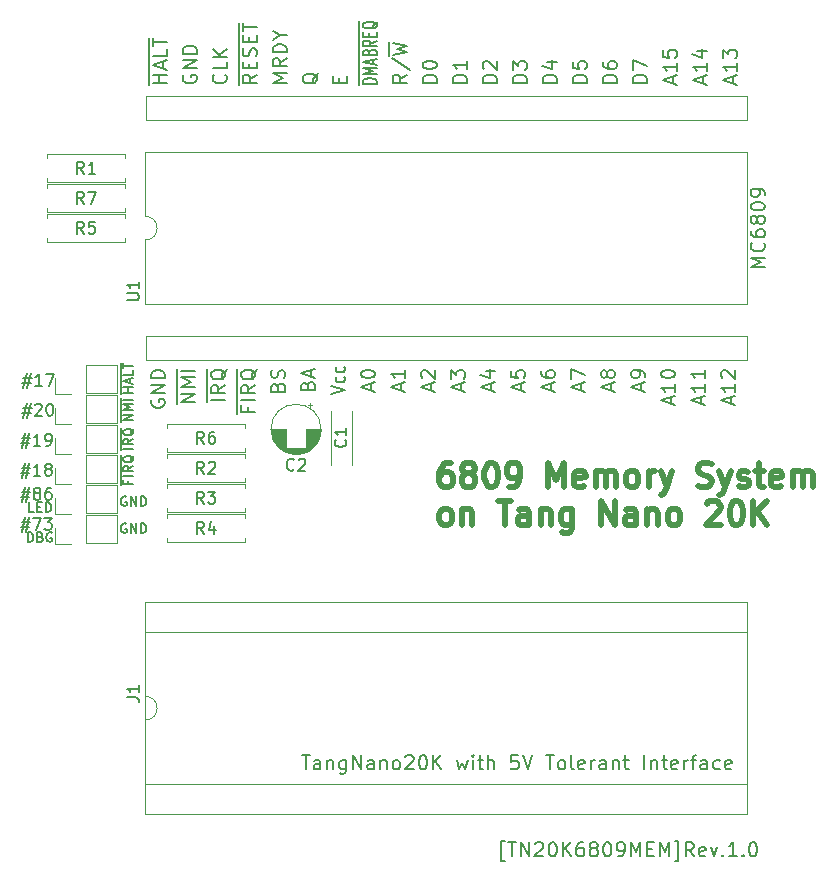
<source format=gbr>
%TF.GenerationSoftware,KiCad,Pcbnew,7.0.6*%
%TF.CreationDate,2023-07-19T18:48:30+09:00*%
%TF.ProjectId,TangNano6809MEM,54616e67-4e61-46e6-9f36-3830394d454d,rev?*%
%TF.SameCoordinates,Original*%
%TF.FileFunction,Legend,Top*%
%TF.FilePolarity,Positive*%
%FSLAX46Y46*%
G04 Gerber Fmt 4.6, Leading zero omitted, Abs format (unit mm)*
G04 Created by KiCad (PCBNEW 7.0.6) date 2023-07-19 18:48:30*
%MOMM*%
%LPD*%
G01*
G04 APERTURE LIST*
%ADD10C,0.150000*%
%ADD11C,0.500000*%
%ADD12C,0.120000*%
%ADD13C,0.100000*%
G04 APERTURE END LIST*
D10*
X924160Y-35525152D02*
X1638445Y-35525152D01*
X1209874Y-35096580D02*
X924160Y-36382295D01*
X1543207Y-35953723D02*
X828922Y-35953723D01*
X1257493Y-36382295D02*
X1543207Y-35096580D01*
X2495588Y-36191819D02*
X1924160Y-36191819D01*
X2209874Y-36191819D02*
X2209874Y-35191819D01*
X2209874Y-35191819D02*
X2114636Y-35334676D01*
X2114636Y-35334676D02*
X2019398Y-35429914D01*
X2019398Y-35429914D02*
X1924160Y-35477533D01*
X2971779Y-36191819D02*
X3162255Y-36191819D01*
X3162255Y-36191819D02*
X3257493Y-36144200D01*
X3257493Y-36144200D02*
X3305112Y-36096580D01*
X3305112Y-36096580D02*
X3400350Y-35953723D01*
X3400350Y-35953723D02*
X3447969Y-35763247D01*
X3447969Y-35763247D02*
X3447969Y-35382295D01*
X3447969Y-35382295D02*
X3400350Y-35287057D01*
X3400350Y-35287057D02*
X3352731Y-35239438D01*
X3352731Y-35239438D02*
X3257493Y-35191819D01*
X3257493Y-35191819D02*
X3067017Y-35191819D01*
X3067017Y-35191819D02*
X2971779Y-35239438D01*
X2971779Y-35239438D02*
X2924160Y-35287057D01*
X2924160Y-35287057D02*
X2876541Y-35382295D01*
X2876541Y-35382295D02*
X2876541Y-35620390D01*
X2876541Y-35620390D02*
X2924160Y-35715628D01*
X2924160Y-35715628D02*
X2971779Y-35763247D01*
X2971779Y-35763247D02*
X3067017Y-35810866D01*
X3067017Y-35810866D02*
X3257493Y-35810866D01*
X3257493Y-35810866D02*
X3352731Y-35763247D01*
X3352731Y-35763247D02*
X3400350Y-35715628D01*
X3400350Y-35715628D02*
X3447969Y-35620390D01*
X27791771Y-5457601D02*
X27791771Y-5057601D01*
X28420342Y-4886173D02*
X28420342Y-5457601D01*
X28420342Y-5457601D02*
X27220342Y-5457601D01*
X27220342Y-5457601D02*
X27220342Y-4886173D01*
X35570485Y-31505540D02*
X35570485Y-30934112D01*
X35913342Y-31619826D02*
X34713342Y-31219826D01*
X34713342Y-31219826D02*
X35913342Y-30819826D01*
X34827628Y-30476969D02*
X34770485Y-30419826D01*
X34770485Y-30419826D02*
X34713342Y-30305541D01*
X34713342Y-30305541D02*
X34713342Y-30019826D01*
X34713342Y-30019826D02*
X34770485Y-29905541D01*
X34770485Y-29905541D02*
X34827628Y-29848398D01*
X34827628Y-29848398D02*
X34941914Y-29791255D01*
X34941914Y-29791255D02*
X35056200Y-29791255D01*
X35056200Y-29791255D02*
X35227628Y-29848398D01*
X35227628Y-29848398D02*
X35913342Y-30534112D01*
X35913342Y-30534112D02*
X35913342Y-29791255D01*
X27093342Y-31784874D02*
X28293342Y-31451541D01*
X28293342Y-31451541D02*
X27093342Y-31118208D01*
X28236200Y-30356303D02*
X28293342Y-30451541D01*
X28293342Y-30451541D02*
X28293342Y-30642017D01*
X28293342Y-30642017D02*
X28236200Y-30737255D01*
X28236200Y-30737255D02*
X28179057Y-30784874D01*
X28179057Y-30784874D02*
X28064771Y-30832493D01*
X28064771Y-30832493D02*
X27721914Y-30832493D01*
X27721914Y-30832493D02*
X27607628Y-30784874D01*
X27607628Y-30784874D02*
X27550485Y-30737255D01*
X27550485Y-30737255D02*
X27493342Y-30642017D01*
X27493342Y-30642017D02*
X27493342Y-30451541D01*
X27493342Y-30451541D02*
X27550485Y-30356303D01*
X28236200Y-29499160D02*
X28293342Y-29594398D01*
X28293342Y-29594398D02*
X28293342Y-29784874D01*
X28293342Y-29784874D02*
X28236200Y-29880112D01*
X28236200Y-29880112D02*
X28179057Y-29927731D01*
X28179057Y-29927731D02*
X28064771Y-29975350D01*
X28064771Y-29975350D02*
X27721914Y-29975350D01*
X27721914Y-29975350D02*
X27607628Y-29927731D01*
X27607628Y-29927731D02*
X27550485Y-29880112D01*
X27550485Y-29880112D02*
X27493342Y-29784874D01*
X27493342Y-29784874D02*
X27493342Y-29594398D01*
X27493342Y-29594398D02*
X27550485Y-29499160D01*
X40650485Y-31505540D02*
X40650485Y-30934112D01*
X40993342Y-31619826D02*
X39793342Y-31219826D01*
X39793342Y-31219826D02*
X40993342Y-30819826D01*
X40193342Y-29905541D02*
X40993342Y-29905541D01*
X39736200Y-30191255D02*
X40593342Y-30476969D01*
X40593342Y-30476969D02*
X40593342Y-29734112D01*
X30490485Y-31505540D02*
X30490485Y-30934112D01*
X30833342Y-31619826D02*
X29633342Y-31219826D01*
X29633342Y-31219826D02*
X30833342Y-30819826D01*
X29633342Y-30191255D02*
X29633342Y-30076969D01*
X29633342Y-30076969D02*
X29690485Y-29962683D01*
X29690485Y-29962683D02*
X29747628Y-29905541D01*
X29747628Y-29905541D02*
X29861914Y-29848398D01*
X29861914Y-29848398D02*
X30090485Y-29791255D01*
X30090485Y-29791255D02*
X30376200Y-29791255D01*
X30376200Y-29791255D02*
X30604771Y-29848398D01*
X30604771Y-29848398D02*
X30719057Y-29905541D01*
X30719057Y-29905541D02*
X30776200Y-29962683D01*
X30776200Y-29962683D02*
X30833342Y-30076969D01*
X30833342Y-30076969D02*
X30833342Y-30191255D01*
X30833342Y-30191255D02*
X30776200Y-30305541D01*
X30776200Y-30305541D02*
X30719057Y-30362683D01*
X30719057Y-30362683D02*
X30604771Y-30419826D01*
X30604771Y-30419826D02*
X30376200Y-30476969D01*
X30376200Y-30476969D02*
X30090485Y-30476969D01*
X30090485Y-30476969D02*
X29861914Y-30419826D01*
X29861914Y-30419826D02*
X29747628Y-30362683D01*
X29747628Y-30362683D02*
X29690485Y-30305541D01*
X29690485Y-30305541D02*
X29633342Y-30191255D01*
X22584771Y-31219826D02*
X22641914Y-31048398D01*
X22641914Y-31048398D02*
X22699057Y-30991255D01*
X22699057Y-30991255D02*
X22813342Y-30934112D01*
X22813342Y-30934112D02*
X22984771Y-30934112D01*
X22984771Y-30934112D02*
X23099057Y-30991255D01*
X23099057Y-30991255D02*
X23156200Y-31048398D01*
X23156200Y-31048398D02*
X23213342Y-31162683D01*
X23213342Y-31162683D02*
X23213342Y-31619826D01*
X23213342Y-31619826D02*
X22013342Y-31619826D01*
X22013342Y-31619826D02*
X22013342Y-31219826D01*
X22013342Y-31219826D02*
X22070485Y-31105541D01*
X22070485Y-31105541D02*
X22127628Y-31048398D01*
X22127628Y-31048398D02*
X22241914Y-30991255D01*
X22241914Y-30991255D02*
X22356200Y-30991255D01*
X22356200Y-30991255D02*
X22470485Y-31048398D01*
X22470485Y-31048398D02*
X22527628Y-31105541D01*
X22527628Y-31105541D02*
X22584771Y-31219826D01*
X22584771Y-31219826D02*
X22584771Y-31619826D01*
X23156200Y-30476969D02*
X23213342Y-30305541D01*
X23213342Y-30305541D02*
X23213342Y-30019826D01*
X23213342Y-30019826D02*
X23156200Y-29905541D01*
X23156200Y-29905541D02*
X23099057Y-29848398D01*
X23099057Y-29848398D02*
X22984771Y-29791255D01*
X22984771Y-29791255D02*
X22870485Y-29791255D01*
X22870485Y-29791255D02*
X22756200Y-29848398D01*
X22756200Y-29848398D02*
X22699057Y-29905541D01*
X22699057Y-29905541D02*
X22641914Y-30019826D01*
X22641914Y-30019826D02*
X22584771Y-30248398D01*
X22584771Y-30248398D02*
X22527628Y-30362683D01*
X22527628Y-30362683D02*
X22470485Y-30419826D01*
X22470485Y-30419826D02*
X22356200Y-30476969D01*
X22356200Y-30476969D02*
X22241914Y-30476969D01*
X22241914Y-30476969D02*
X22127628Y-30419826D01*
X22127628Y-30419826D02*
X22070485Y-30362683D01*
X22070485Y-30362683D02*
X22013342Y-30248398D01*
X22013342Y-30248398D02*
X22013342Y-29962683D01*
X22013342Y-29962683D02*
X22070485Y-29791255D01*
X9756744Y-40534390D02*
X9680554Y-40496295D01*
X9680554Y-40496295D02*
X9566268Y-40496295D01*
X9566268Y-40496295D02*
X9451982Y-40534390D01*
X9451982Y-40534390D02*
X9375792Y-40610580D01*
X9375792Y-40610580D02*
X9337697Y-40686771D01*
X9337697Y-40686771D02*
X9299601Y-40839152D01*
X9299601Y-40839152D02*
X9299601Y-40953438D01*
X9299601Y-40953438D02*
X9337697Y-41105819D01*
X9337697Y-41105819D02*
X9375792Y-41182009D01*
X9375792Y-41182009D02*
X9451982Y-41258200D01*
X9451982Y-41258200D02*
X9566268Y-41296295D01*
X9566268Y-41296295D02*
X9642459Y-41296295D01*
X9642459Y-41296295D02*
X9756744Y-41258200D01*
X9756744Y-41258200D02*
X9794840Y-41220104D01*
X9794840Y-41220104D02*
X9794840Y-40953438D01*
X9794840Y-40953438D02*
X9642459Y-40953438D01*
X10137697Y-41296295D02*
X10137697Y-40496295D01*
X10137697Y-40496295D02*
X10594840Y-41296295D01*
X10594840Y-41296295D02*
X10594840Y-40496295D01*
X10975792Y-41296295D02*
X10975792Y-40496295D01*
X10975792Y-40496295D02*
X11166268Y-40496295D01*
X11166268Y-40496295D02*
X11280554Y-40534390D01*
X11280554Y-40534390D02*
X11356744Y-40610580D01*
X11356744Y-40610580D02*
X11394839Y-40686771D01*
X11394839Y-40686771D02*
X11432935Y-40839152D01*
X11432935Y-40839152D02*
X11432935Y-40953438D01*
X11432935Y-40953438D02*
X11394839Y-41105819D01*
X11394839Y-41105819D02*
X11356744Y-41182009D01*
X11356744Y-41182009D02*
X11280554Y-41258200D01*
X11280554Y-41258200D02*
X11166268Y-41296295D01*
X11166268Y-41296295D02*
X10975792Y-41296295D01*
X1051160Y-30445152D02*
X1765445Y-30445152D01*
X1336874Y-30016580D02*
X1051160Y-31302295D01*
X1670207Y-30873723D02*
X955922Y-30873723D01*
X1384493Y-31302295D02*
X1670207Y-30016580D01*
X2622588Y-31111819D02*
X2051160Y-31111819D01*
X2336874Y-31111819D02*
X2336874Y-30111819D01*
X2336874Y-30111819D02*
X2241636Y-30254676D01*
X2241636Y-30254676D02*
X2146398Y-30349914D01*
X2146398Y-30349914D02*
X2051160Y-30397533D01*
X2955922Y-30111819D02*
X3622588Y-30111819D01*
X3622588Y-30111819D02*
X3194017Y-31111819D01*
X41801315Y-71365342D02*
X41515601Y-71365342D01*
X41515601Y-71365342D02*
X41515601Y-69651057D01*
X41515601Y-69651057D02*
X41801315Y-69651057D01*
X42087029Y-69765342D02*
X42772744Y-69765342D01*
X42429886Y-70965342D02*
X42429886Y-69765342D01*
X43172744Y-70965342D02*
X43172744Y-69765342D01*
X43172744Y-69765342D02*
X43858458Y-70965342D01*
X43858458Y-70965342D02*
X43858458Y-69765342D01*
X44372744Y-69879628D02*
X44429887Y-69822485D01*
X44429887Y-69822485D02*
X44544173Y-69765342D01*
X44544173Y-69765342D02*
X44829887Y-69765342D01*
X44829887Y-69765342D02*
X44944173Y-69822485D01*
X44944173Y-69822485D02*
X45001315Y-69879628D01*
X45001315Y-69879628D02*
X45058458Y-69993914D01*
X45058458Y-69993914D02*
X45058458Y-70108200D01*
X45058458Y-70108200D02*
X45001315Y-70279628D01*
X45001315Y-70279628D02*
X44315601Y-70965342D01*
X44315601Y-70965342D02*
X45058458Y-70965342D01*
X45801315Y-69765342D02*
X45915601Y-69765342D01*
X45915601Y-69765342D02*
X46029887Y-69822485D01*
X46029887Y-69822485D02*
X46087030Y-69879628D01*
X46087030Y-69879628D02*
X46144172Y-69993914D01*
X46144172Y-69993914D02*
X46201315Y-70222485D01*
X46201315Y-70222485D02*
X46201315Y-70508200D01*
X46201315Y-70508200D02*
X46144172Y-70736771D01*
X46144172Y-70736771D02*
X46087030Y-70851057D01*
X46087030Y-70851057D02*
X46029887Y-70908200D01*
X46029887Y-70908200D02*
X45915601Y-70965342D01*
X45915601Y-70965342D02*
X45801315Y-70965342D01*
X45801315Y-70965342D02*
X45687030Y-70908200D01*
X45687030Y-70908200D02*
X45629887Y-70851057D01*
X45629887Y-70851057D02*
X45572744Y-70736771D01*
X45572744Y-70736771D02*
X45515601Y-70508200D01*
X45515601Y-70508200D02*
X45515601Y-70222485D01*
X45515601Y-70222485D02*
X45572744Y-69993914D01*
X45572744Y-69993914D02*
X45629887Y-69879628D01*
X45629887Y-69879628D02*
X45687030Y-69822485D01*
X45687030Y-69822485D02*
X45801315Y-69765342D01*
X46715601Y-70965342D02*
X46715601Y-69765342D01*
X47401315Y-70965342D02*
X46887029Y-70279628D01*
X47401315Y-69765342D02*
X46715601Y-70451057D01*
X48429887Y-69765342D02*
X48201315Y-69765342D01*
X48201315Y-69765342D02*
X48087029Y-69822485D01*
X48087029Y-69822485D02*
X48029887Y-69879628D01*
X48029887Y-69879628D02*
X47915601Y-70051057D01*
X47915601Y-70051057D02*
X47858458Y-70279628D01*
X47858458Y-70279628D02*
X47858458Y-70736771D01*
X47858458Y-70736771D02*
X47915601Y-70851057D01*
X47915601Y-70851057D02*
X47972744Y-70908200D01*
X47972744Y-70908200D02*
X48087029Y-70965342D01*
X48087029Y-70965342D02*
X48315601Y-70965342D01*
X48315601Y-70965342D02*
X48429887Y-70908200D01*
X48429887Y-70908200D02*
X48487029Y-70851057D01*
X48487029Y-70851057D02*
X48544172Y-70736771D01*
X48544172Y-70736771D02*
X48544172Y-70451057D01*
X48544172Y-70451057D02*
X48487029Y-70336771D01*
X48487029Y-70336771D02*
X48429887Y-70279628D01*
X48429887Y-70279628D02*
X48315601Y-70222485D01*
X48315601Y-70222485D02*
X48087029Y-70222485D01*
X48087029Y-70222485D02*
X47972744Y-70279628D01*
X47972744Y-70279628D02*
X47915601Y-70336771D01*
X47915601Y-70336771D02*
X47858458Y-70451057D01*
X49229886Y-70279628D02*
X49115601Y-70222485D01*
X49115601Y-70222485D02*
X49058458Y-70165342D01*
X49058458Y-70165342D02*
X49001315Y-70051057D01*
X49001315Y-70051057D02*
X49001315Y-69993914D01*
X49001315Y-69993914D02*
X49058458Y-69879628D01*
X49058458Y-69879628D02*
X49115601Y-69822485D01*
X49115601Y-69822485D02*
X49229886Y-69765342D01*
X49229886Y-69765342D02*
X49458458Y-69765342D01*
X49458458Y-69765342D02*
X49572744Y-69822485D01*
X49572744Y-69822485D02*
X49629886Y-69879628D01*
X49629886Y-69879628D02*
X49687029Y-69993914D01*
X49687029Y-69993914D02*
X49687029Y-70051057D01*
X49687029Y-70051057D02*
X49629886Y-70165342D01*
X49629886Y-70165342D02*
X49572744Y-70222485D01*
X49572744Y-70222485D02*
X49458458Y-70279628D01*
X49458458Y-70279628D02*
X49229886Y-70279628D01*
X49229886Y-70279628D02*
X49115601Y-70336771D01*
X49115601Y-70336771D02*
X49058458Y-70393914D01*
X49058458Y-70393914D02*
X49001315Y-70508200D01*
X49001315Y-70508200D02*
X49001315Y-70736771D01*
X49001315Y-70736771D02*
X49058458Y-70851057D01*
X49058458Y-70851057D02*
X49115601Y-70908200D01*
X49115601Y-70908200D02*
X49229886Y-70965342D01*
X49229886Y-70965342D02*
X49458458Y-70965342D01*
X49458458Y-70965342D02*
X49572744Y-70908200D01*
X49572744Y-70908200D02*
X49629886Y-70851057D01*
X49629886Y-70851057D02*
X49687029Y-70736771D01*
X49687029Y-70736771D02*
X49687029Y-70508200D01*
X49687029Y-70508200D02*
X49629886Y-70393914D01*
X49629886Y-70393914D02*
X49572744Y-70336771D01*
X49572744Y-70336771D02*
X49458458Y-70279628D01*
X50429886Y-69765342D02*
X50544172Y-69765342D01*
X50544172Y-69765342D02*
X50658458Y-69822485D01*
X50658458Y-69822485D02*
X50715601Y-69879628D01*
X50715601Y-69879628D02*
X50772743Y-69993914D01*
X50772743Y-69993914D02*
X50829886Y-70222485D01*
X50829886Y-70222485D02*
X50829886Y-70508200D01*
X50829886Y-70508200D02*
X50772743Y-70736771D01*
X50772743Y-70736771D02*
X50715601Y-70851057D01*
X50715601Y-70851057D02*
X50658458Y-70908200D01*
X50658458Y-70908200D02*
X50544172Y-70965342D01*
X50544172Y-70965342D02*
X50429886Y-70965342D01*
X50429886Y-70965342D02*
X50315601Y-70908200D01*
X50315601Y-70908200D02*
X50258458Y-70851057D01*
X50258458Y-70851057D02*
X50201315Y-70736771D01*
X50201315Y-70736771D02*
X50144172Y-70508200D01*
X50144172Y-70508200D02*
X50144172Y-70222485D01*
X50144172Y-70222485D02*
X50201315Y-69993914D01*
X50201315Y-69993914D02*
X50258458Y-69879628D01*
X50258458Y-69879628D02*
X50315601Y-69822485D01*
X50315601Y-69822485D02*
X50429886Y-69765342D01*
X51401315Y-70965342D02*
X51629886Y-70965342D01*
X51629886Y-70965342D02*
X51744172Y-70908200D01*
X51744172Y-70908200D02*
X51801315Y-70851057D01*
X51801315Y-70851057D02*
X51915600Y-70679628D01*
X51915600Y-70679628D02*
X51972743Y-70451057D01*
X51972743Y-70451057D02*
X51972743Y-69993914D01*
X51972743Y-69993914D02*
X51915600Y-69879628D01*
X51915600Y-69879628D02*
X51858458Y-69822485D01*
X51858458Y-69822485D02*
X51744172Y-69765342D01*
X51744172Y-69765342D02*
X51515600Y-69765342D01*
X51515600Y-69765342D02*
X51401315Y-69822485D01*
X51401315Y-69822485D02*
X51344172Y-69879628D01*
X51344172Y-69879628D02*
X51287029Y-69993914D01*
X51287029Y-69993914D02*
X51287029Y-70279628D01*
X51287029Y-70279628D02*
X51344172Y-70393914D01*
X51344172Y-70393914D02*
X51401315Y-70451057D01*
X51401315Y-70451057D02*
X51515600Y-70508200D01*
X51515600Y-70508200D02*
X51744172Y-70508200D01*
X51744172Y-70508200D02*
X51858458Y-70451057D01*
X51858458Y-70451057D02*
X51915600Y-70393914D01*
X51915600Y-70393914D02*
X51972743Y-70279628D01*
X52487029Y-70965342D02*
X52487029Y-69765342D01*
X52487029Y-69765342D02*
X52887029Y-70622485D01*
X52887029Y-70622485D02*
X53287029Y-69765342D01*
X53287029Y-69765342D02*
X53287029Y-70965342D01*
X53858458Y-70336771D02*
X54258458Y-70336771D01*
X54429886Y-70965342D02*
X53858458Y-70965342D01*
X53858458Y-70965342D02*
X53858458Y-69765342D01*
X53858458Y-69765342D02*
X54429886Y-69765342D01*
X54944172Y-70965342D02*
X54944172Y-69765342D01*
X54944172Y-69765342D02*
X55344172Y-70622485D01*
X55344172Y-70622485D02*
X55744172Y-69765342D01*
X55744172Y-69765342D02*
X55744172Y-70965342D01*
X56201315Y-71365342D02*
X56487029Y-71365342D01*
X56487029Y-71365342D02*
X56487029Y-69651057D01*
X56487029Y-69651057D02*
X56201315Y-69651057D01*
X57801315Y-70965342D02*
X57401315Y-70393914D01*
X57115601Y-70965342D02*
X57115601Y-69765342D01*
X57115601Y-69765342D02*
X57572744Y-69765342D01*
X57572744Y-69765342D02*
X57687029Y-69822485D01*
X57687029Y-69822485D02*
X57744172Y-69879628D01*
X57744172Y-69879628D02*
X57801315Y-69993914D01*
X57801315Y-69993914D02*
X57801315Y-70165342D01*
X57801315Y-70165342D02*
X57744172Y-70279628D01*
X57744172Y-70279628D02*
X57687029Y-70336771D01*
X57687029Y-70336771D02*
X57572744Y-70393914D01*
X57572744Y-70393914D02*
X57115601Y-70393914D01*
X58772744Y-70908200D02*
X58658458Y-70965342D01*
X58658458Y-70965342D02*
X58429887Y-70965342D01*
X58429887Y-70965342D02*
X58315601Y-70908200D01*
X58315601Y-70908200D02*
X58258458Y-70793914D01*
X58258458Y-70793914D02*
X58258458Y-70336771D01*
X58258458Y-70336771D02*
X58315601Y-70222485D01*
X58315601Y-70222485D02*
X58429887Y-70165342D01*
X58429887Y-70165342D02*
X58658458Y-70165342D01*
X58658458Y-70165342D02*
X58772744Y-70222485D01*
X58772744Y-70222485D02*
X58829887Y-70336771D01*
X58829887Y-70336771D02*
X58829887Y-70451057D01*
X58829887Y-70451057D02*
X58258458Y-70565342D01*
X59229886Y-70165342D02*
X59515600Y-70965342D01*
X59515600Y-70965342D02*
X59801315Y-70165342D01*
X60258458Y-70851057D02*
X60315601Y-70908200D01*
X60315601Y-70908200D02*
X60258458Y-70965342D01*
X60258458Y-70965342D02*
X60201315Y-70908200D01*
X60201315Y-70908200D02*
X60258458Y-70851057D01*
X60258458Y-70851057D02*
X60258458Y-70965342D01*
X61458458Y-70965342D02*
X60772744Y-70965342D01*
X61115601Y-70965342D02*
X61115601Y-69765342D01*
X61115601Y-69765342D02*
X61001315Y-69936771D01*
X61001315Y-69936771D02*
X60887030Y-70051057D01*
X60887030Y-70051057D02*
X60772744Y-70108200D01*
X61972744Y-70851057D02*
X62029887Y-70908200D01*
X62029887Y-70908200D02*
X61972744Y-70965342D01*
X61972744Y-70965342D02*
X61915601Y-70908200D01*
X61915601Y-70908200D02*
X61972744Y-70851057D01*
X61972744Y-70851057D02*
X61972744Y-70965342D01*
X62772744Y-69765342D02*
X62887030Y-69765342D01*
X62887030Y-69765342D02*
X63001316Y-69822485D01*
X63001316Y-69822485D02*
X63058459Y-69879628D01*
X63058459Y-69879628D02*
X63115601Y-69993914D01*
X63115601Y-69993914D02*
X63172744Y-70222485D01*
X63172744Y-70222485D02*
X63172744Y-70508200D01*
X63172744Y-70508200D02*
X63115601Y-70736771D01*
X63115601Y-70736771D02*
X63058459Y-70851057D01*
X63058459Y-70851057D02*
X63001316Y-70908200D01*
X63001316Y-70908200D02*
X62887030Y-70965342D01*
X62887030Y-70965342D02*
X62772744Y-70965342D01*
X62772744Y-70965342D02*
X62658459Y-70908200D01*
X62658459Y-70908200D02*
X62601316Y-70851057D01*
X62601316Y-70851057D02*
X62544173Y-70736771D01*
X62544173Y-70736771D02*
X62487030Y-70508200D01*
X62487030Y-70508200D02*
X62487030Y-70222485D01*
X62487030Y-70222485D02*
X62544173Y-69993914D01*
X62544173Y-69993914D02*
X62601316Y-69879628D01*
X62601316Y-69879628D02*
X62658459Y-69822485D01*
X62658459Y-69822485D02*
X62772744Y-69765342D01*
X55890485Y-32648397D02*
X55890485Y-32076969D01*
X56233342Y-32762683D02*
X55033342Y-32362683D01*
X55033342Y-32362683D02*
X56233342Y-31962683D01*
X56233342Y-30934112D02*
X56233342Y-31619826D01*
X56233342Y-31276969D02*
X55033342Y-31276969D01*
X55033342Y-31276969D02*
X55204771Y-31391255D01*
X55204771Y-31391255D02*
X55319057Y-31505540D01*
X55319057Y-31505540D02*
X55376200Y-31619826D01*
X55033342Y-30191255D02*
X55033342Y-30076969D01*
X55033342Y-30076969D02*
X55090485Y-29962683D01*
X55090485Y-29962683D02*
X55147628Y-29905541D01*
X55147628Y-29905541D02*
X55261914Y-29848398D01*
X55261914Y-29848398D02*
X55490485Y-29791255D01*
X55490485Y-29791255D02*
X55776200Y-29791255D01*
X55776200Y-29791255D02*
X56004771Y-29848398D01*
X56004771Y-29848398D02*
X56119057Y-29905541D01*
X56119057Y-29905541D02*
X56176200Y-29962683D01*
X56176200Y-29962683D02*
X56233342Y-30076969D01*
X56233342Y-30076969D02*
X56233342Y-30191255D01*
X56233342Y-30191255D02*
X56176200Y-30305541D01*
X56176200Y-30305541D02*
X56119057Y-30362683D01*
X56119057Y-30362683D02*
X56004771Y-30419826D01*
X56004771Y-30419826D02*
X55776200Y-30476969D01*
X55776200Y-30476969D02*
X55490485Y-30476969D01*
X55490485Y-30476969D02*
X55261914Y-30419826D01*
X55261914Y-30419826D02*
X55147628Y-30362683D01*
X55147628Y-30362683D02*
X55090485Y-30305541D01*
X55090485Y-30305541D02*
X55033342Y-30191255D01*
X1051160Y-32985152D02*
X1765445Y-32985152D01*
X1336874Y-32556580D02*
X1051160Y-33842295D01*
X1670207Y-33413723D02*
X955922Y-33413723D01*
X1384493Y-33842295D02*
X1670207Y-32556580D01*
X2051160Y-32747057D02*
X2098779Y-32699438D01*
X2098779Y-32699438D02*
X2194017Y-32651819D01*
X2194017Y-32651819D02*
X2432112Y-32651819D01*
X2432112Y-32651819D02*
X2527350Y-32699438D01*
X2527350Y-32699438D02*
X2574969Y-32747057D01*
X2574969Y-32747057D02*
X2622588Y-32842295D01*
X2622588Y-32842295D02*
X2622588Y-32937533D01*
X2622588Y-32937533D02*
X2574969Y-33080390D01*
X2574969Y-33080390D02*
X2003541Y-33651819D01*
X2003541Y-33651819D02*
X2622588Y-33651819D01*
X3241636Y-32651819D02*
X3336874Y-32651819D01*
X3336874Y-32651819D02*
X3432112Y-32699438D01*
X3432112Y-32699438D02*
X3479731Y-32747057D01*
X3479731Y-32747057D02*
X3527350Y-32842295D01*
X3527350Y-32842295D02*
X3574969Y-33032771D01*
X3574969Y-33032771D02*
X3574969Y-33270866D01*
X3574969Y-33270866D02*
X3527350Y-33461342D01*
X3527350Y-33461342D02*
X3479731Y-33556580D01*
X3479731Y-33556580D02*
X3432112Y-33604200D01*
X3432112Y-33604200D02*
X3336874Y-33651819D01*
X3336874Y-33651819D02*
X3241636Y-33651819D01*
X3241636Y-33651819D02*
X3146398Y-33604200D01*
X3146398Y-33604200D02*
X3098779Y-33556580D01*
X3098779Y-33556580D02*
X3051160Y-33461342D01*
X3051160Y-33461342D02*
X3003541Y-33270866D01*
X3003541Y-33270866D02*
X3003541Y-33032771D01*
X3003541Y-33032771D02*
X3051160Y-32842295D01*
X3051160Y-32842295D02*
X3098779Y-32747057D01*
X3098779Y-32747057D02*
X3146398Y-32699438D01*
X3146398Y-32699438D02*
X3241636Y-32651819D01*
X15593342Y-32476970D02*
X14393342Y-32476970D01*
X14393342Y-32476970D02*
X15593342Y-31791256D01*
X15593342Y-31791256D02*
X14393342Y-31791256D01*
X15593342Y-31219827D02*
X14393342Y-31219827D01*
X14393342Y-31219827D02*
X15250485Y-30819827D01*
X15250485Y-30819827D02*
X14393342Y-30419827D01*
X14393342Y-30419827D02*
X15593342Y-30419827D01*
X15593342Y-29848398D02*
X14393342Y-29848398D01*
X14060200Y-32642685D02*
X14060200Y-29682684D01*
X53820342Y-5457601D02*
X52620342Y-5457601D01*
X52620342Y-5457601D02*
X52620342Y-5171887D01*
X52620342Y-5171887D02*
X52677485Y-5000458D01*
X52677485Y-5000458D02*
X52791771Y-4886173D01*
X52791771Y-4886173D02*
X52906057Y-4829030D01*
X52906057Y-4829030D02*
X53134628Y-4771887D01*
X53134628Y-4771887D02*
X53306057Y-4771887D01*
X53306057Y-4771887D02*
X53534628Y-4829030D01*
X53534628Y-4829030D02*
X53648914Y-4886173D01*
X53648914Y-4886173D02*
X53763200Y-5000458D01*
X53763200Y-5000458D02*
X53820342Y-5171887D01*
X53820342Y-5171887D02*
X53820342Y-5457601D01*
X52620342Y-4371887D02*
X52620342Y-3571887D01*
X52620342Y-3571887D02*
X53820342Y-4086173D01*
X1432160Y-44344295D02*
X1432160Y-43544295D01*
X1432160Y-43544295D02*
X1622636Y-43544295D01*
X1622636Y-43544295D02*
X1736922Y-43582390D01*
X1736922Y-43582390D02*
X1813112Y-43658580D01*
X1813112Y-43658580D02*
X1851207Y-43734771D01*
X1851207Y-43734771D02*
X1889303Y-43887152D01*
X1889303Y-43887152D02*
X1889303Y-44001438D01*
X1889303Y-44001438D02*
X1851207Y-44153819D01*
X1851207Y-44153819D02*
X1813112Y-44230009D01*
X1813112Y-44230009D02*
X1736922Y-44306200D01*
X1736922Y-44306200D02*
X1622636Y-44344295D01*
X1622636Y-44344295D02*
X1432160Y-44344295D01*
X2498826Y-43925247D02*
X2613112Y-43963342D01*
X2613112Y-43963342D02*
X2651207Y-44001438D01*
X2651207Y-44001438D02*
X2689303Y-44077628D01*
X2689303Y-44077628D02*
X2689303Y-44191914D01*
X2689303Y-44191914D02*
X2651207Y-44268104D01*
X2651207Y-44268104D02*
X2613112Y-44306200D01*
X2613112Y-44306200D02*
X2536922Y-44344295D01*
X2536922Y-44344295D02*
X2232160Y-44344295D01*
X2232160Y-44344295D02*
X2232160Y-43544295D01*
X2232160Y-43544295D02*
X2498826Y-43544295D01*
X2498826Y-43544295D02*
X2575017Y-43582390D01*
X2575017Y-43582390D02*
X2613112Y-43620485D01*
X2613112Y-43620485D02*
X2651207Y-43696676D01*
X2651207Y-43696676D02*
X2651207Y-43772866D01*
X2651207Y-43772866D02*
X2613112Y-43849057D01*
X2613112Y-43849057D02*
X2575017Y-43887152D01*
X2575017Y-43887152D02*
X2498826Y-43925247D01*
X2498826Y-43925247D02*
X2232160Y-43925247D01*
X3451207Y-43582390D02*
X3375017Y-43544295D01*
X3375017Y-43544295D02*
X3260731Y-43544295D01*
X3260731Y-43544295D02*
X3146445Y-43582390D01*
X3146445Y-43582390D02*
X3070255Y-43658580D01*
X3070255Y-43658580D02*
X3032160Y-43734771D01*
X3032160Y-43734771D02*
X2994064Y-43887152D01*
X2994064Y-43887152D02*
X2994064Y-44001438D01*
X2994064Y-44001438D02*
X3032160Y-44153819D01*
X3032160Y-44153819D02*
X3070255Y-44230009D01*
X3070255Y-44230009D02*
X3146445Y-44306200D01*
X3146445Y-44306200D02*
X3260731Y-44344295D01*
X3260731Y-44344295D02*
X3336922Y-44344295D01*
X3336922Y-44344295D02*
X3451207Y-44306200D01*
X3451207Y-44306200D02*
X3489303Y-44268104D01*
X3489303Y-44268104D02*
X3489303Y-44001438D01*
X3489303Y-44001438D02*
X3336922Y-44001438D01*
X41120342Y-5457601D02*
X39920342Y-5457601D01*
X39920342Y-5457601D02*
X39920342Y-5171887D01*
X39920342Y-5171887D02*
X39977485Y-5000458D01*
X39977485Y-5000458D02*
X40091771Y-4886173D01*
X40091771Y-4886173D02*
X40206057Y-4829030D01*
X40206057Y-4829030D02*
X40434628Y-4771887D01*
X40434628Y-4771887D02*
X40606057Y-4771887D01*
X40606057Y-4771887D02*
X40834628Y-4829030D01*
X40834628Y-4829030D02*
X40948914Y-4886173D01*
X40948914Y-4886173D02*
X41063200Y-5000458D01*
X41063200Y-5000458D02*
X41120342Y-5171887D01*
X41120342Y-5171887D02*
X41120342Y-5457601D01*
X40034628Y-4314744D02*
X39977485Y-4257601D01*
X39977485Y-4257601D02*
X39920342Y-4143316D01*
X39920342Y-4143316D02*
X39920342Y-3857601D01*
X39920342Y-3857601D02*
X39977485Y-3743316D01*
X39977485Y-3743316D02*
X40034628Y-3686173D01*
X40034628Y-3686173D02*
X40148914Y-3629030D01*
X40148914Y-3629030D02*
X40263200Y-3629030D01*
X40263200Y-3629030D02*
X40434628Y-3686173D01*
X40434628Y-3686173D02*
X41120342Y-4371887D01*
X41120342Y-4371887D02*
X41120342Y-3629030D01*
X38110485Y-31505540D02*
X38110485Y-30934112D01*
X38453342Y-31619826D02*
X37253342Y-31219826D01*
X37253342Y-31219826D02*
X38453342Y-30819826D01*
X37253342Y-30534112D02*
X37253342Y-29791255D01*
X37253342Y-29791255D02*
X37710485Y-30191255D01*
X37710485Y-30191255D02*
X37710485Y-30019826D01*
X37710485Y-30019826D02*
X37767628Y-29905541D01*
X37767628Y-29905541D02*
X37824771Y-29848398D01*
X37824771Y-29848398D02*
X37939057Y-29791255D01*
X37939057Y-29791255D02*
X38224771Y-29791255D01*
X38224771Y-29791255D02*
X38339057Y-29848398D01*
X38339057Y-29848398D02*
X38396200Y-29905541D01*
X38396200Y-29905541D02*
X38453342Y-30019826D01*
X38453342Y-30019826D02*
X38453342Y-30362683D01*
X38453342Y-30362683D02*
X38396200Y-30476969D01*
X38396200Y-30476969D02*
X38339057Y-30534112D01*
X13180342Y-5457601D02*
X11980342Y-5457601D01*
X12551771Y-5457601D02*
X12551771Y-4771887D01*
X13180342Y-4771887D02*
X11980342Y-4771887D01*
X12837485Y-4257601D02*
X12837485Y-3686173D01*
X13180342Y-4371887D02*
X11980342Y-3971887D01*
X11980342Y-3971887D02*
X13180342Y-3571887D01*
X13180342Y-2600459D02*
X13180342Y-3171887D01*
X13180342Y-3171887D02*
X11980342Y-3171887D01*
X11980342Y-2371887D02*
X11980342Y-1686173D01*
X13180342Y-2029030D02*
X11980342Y-2029030D01*
X11647200Y-5623316D02*
X11647200Y-1691887D01*
X20800342Y-4771887D02*
X20228914Y-5171887D01*
X20800342Y-5457601D02*
X19600342Y-5457601D01*
X19600342Y-5457601D02*
X19600342Y-5000458D01*
X19600342Y-5000458D02*
X19657485Y-4886173D01*
X19657485Y-4886173D02*
X19714628Y-4829030D01*
X19714628Y-4829030D02*
X19828914Y-4771887D01*
X19828914Y-4771887D02*
X20000342Y-4771887D01*
X20000342Y-4771887D02*
X20114628Y-4829030D01*
X20114628Y-4829030D02*
X20171771Y-4886173D01*
X20171771Y-4886173D02*
X20228914Y-5000458D01*
X20228914Y-5000458D02*
X20228914Y-5457601D01*
X20171771Y-4257601D02*
X20171771Y-3857601D01*
X20800342Y-3686173D02*
X20800342Y-4257601D01*
X20800342Y-4257601D02*
X19600342Y-4257601D01*
X19600342Y-4257601D02*
X19600342Y-3686173D01*
X20743200Y-3229030D02*
X20800342Y-3057602D01*
X20800342Y-3057602D02*
X20800342Y-2771887D01*
X20800342Y-2771887D02*
X20743200Y-2657602D01*
X20743200Y-2657602D02*
X20686057Y-2600459D01*
X20686057Y-2600459D02*
X20571771Y-2543316D01*
X20571771Y-2543316D02*
X20457485Y-2543316D01*
X20457485Y-2543316D02*
X20343200Y-2600459D01*
X20343200Y-2600459D02*
X20286057Y-2657602D01*
X20286057Y-2657602D02*
X20228914Y-2771887D01*
X20228914Y-2771887D02*
X20171771Y-3000459D01*
X20171771Y-3000459D02*
X20114628Y-3114744D01*
X20114628Y-3114744D02*
X20057485Y-3171887D01*
X20057485Y-3171887D02*
X19943200Y-3229030D01*
X19943200Y-3229030D02*
X19828914Y-3229030D01*
X19828914Y-3229030D02*
X19714628Y-3171887D01*
X19714628Y-3171887D02*
X19657485Y-3114744D01*
X19657485Y-3114744D02*
X19600342Y-3000459D01*
X19600342Y-3000459D02*
X19600342Y-2714744D01*
X19600342Y-2714744D02*
X19657485Y-2543316D01*
X20171771Y-2029030D02*
X20171771Y-1629030D01*
X20800342Y-1457602D02*
X20800342Y-2029030D01*
X20800342Y-2029030D02*
X19600342Y-2029030D01*
X19600342Y-2029030D02*
X19600342Y-1457602D01*
X19600342Y-1114745D02*
X19600342Y-429031D01*
X20800342Y-771888D02*
X19600342Y-771888D01*
X19267200Y-5623316D02*
X19267200Y-434745D01*
X10308295Y-36471254D02*
X9508295Y-36471254D01*
X10308295Y-35633159D02*
X9927342Y-35899826D01*
X10308295Y-36090302D02*
X9508295Y-36090302D01*
X9508295Y-36090302D02*
X9508295Y-35785540D01*
X9508295Y-35785540D02*
X9546390Y-35709350D01*
X9546390Y-35709350D02*
X9584485Y-35671255D01*
X9584485Y-35671255D02*
X9660676Y-35633159D01*
X9660676Y-35633159D02*
X9774961Y-35633159D01*
X9774961Y-35633159D02*
X9851152Y-35671255D01*
X9851152Y-35671255D02*
X9889247Y-35709350D01*
X9889247Y-35709350D02*
X9927342Y-35785540D01*
X9927342Y-35785540D02*
X9927342Y-36090302D01*
X10384485Y-34756969D02*
X10346390Y-34833159D01*
X10346390Y-34833159D02*
X10270200Y-34909350D01*
X10270200Y-34909350D02*
X10155914Y-35023636D01*
X10155914Y-35023636D02*
X10117819Y-35099826D01*
X10117819Y-35099826D02*
X10117819Y-35176017D01*
X10308295Y-35137921D02*
X10270200Y-35214112D01*
X10270200Y-35214112D02*
X10194009Y-35290302D01*
X10194009Y-35290302D02*
X10041628Y-35328398D01*
X10041628Y-35328398D02*
X9774961Y-35328398D01*
X9774961Y-35328398D02*
X9622580Y-35290302D01*
X9622580Y-35290302D02*
X9546390Y-35214112D01*
X9546390Y-35214112D02*
X9508295Y-35137921D01*
X9508295Y-35137921D02*
X9508295Y-34985540D01*
X9508295Y-34985540D02*
X9546390Y-34909350D01*
X9546390Y-34909350D02*
X9622580Y-34833159D01*
X9622580Y-34833159D02*
X9774961Y-34795064D01*
X9774961Y-34795064D02*
X10041628Y-34795064D01*
X10041628Y-34795064D02*
X10194009Y-34833159D01*
X10194009Y-34833159D02*
X10270200Y-34909350D01*
X10270200Y-34909350D02*
X10308295Y-34985540D01*
X10308295Y-34985540D02*
X10308295Y-35137921D01*
X9286200Y-36581731D02*
X9286200Y-34722684D01*
X23340342Y-5457601D02*
X22140342Y-5457601D01*
X22140342Y-5457601D02*
X22997485Y-5057601D01*
X22997485Y-5057601D02*
X22140342Y-4657601D01*
X22140342Y-4657601D02*
X23340342Y-4657601D01*
X23340342Y-3400458D02*
X22768914Y-3800458D01*
X23340342Y-4086172D02*
X22140342Y-4086172D01*
X22140342Y-4086172D02*
X22140342Y-3629029D01*
X22140342Y-3629029D02*
X22197485Y-3514744D01*
X22197485Y-3514744D02*
X22254628Y-3457601D01*
X22254628Y-3457601D02*
X22368914Y-3400458D01*
X22368914Y-3400458D02*
X22540342Y-3400458D01*
X22540342Y-3400458D02*
X22654628Y-3457601D01*
X22654628Y-3457601D02*
X22711771Y-3514744D01*
X22711771Y-3514744D02*
X22768914Y-3629029D01*
X22768914Y-3629029D02*
X22768914Y-4086172D01*
X23340342Y-2886172D02*
X22140342Y-2886172D01*
X22140342Y-2886172D02*
X22140342Y-2600458D01*
X22140342Y-2600458D02*
X22197485Y-2429029D01*
X22197485Y-2429029D02*
X22311771Y-2314744D01*
X22311771Y-2314744D02*
X22426057Y-2257601D01*
X22426057Y-2257601D02*
X22654628Y-2200458D01*
X22654628Y-2200458D02*
X22826057Y-2200458D01*
X22826057Y-2200458D02*
X23054628Y-2257601D01*
X23054628Y-2257601D02*
X23168914Y-2314744D01*
X23168914Y-2314744D02*
X23283200Y-2429029D01*
X23283200Y-2429029D02*
X23340342Y-2600458D01*
X23340342Y-2600458D02*
X23340342Y-2886172D01*
X22768914Y-1457601D02*
X23340342Y-1457601D01*
X22140342Y-1857601D02*
X22768914Y-1457601D01*
X22768914Y-1457601D02*
X22140342Y-1057601D01*
X25124771Y-31105540D02*
X25181914Y-30934112D01*
X25181914Y-30934112D02*
X25239057Y-30876969D01*
X25239057Y-30876969D02*
X25353342Y-30819826D01*
X25353342Y-30819826D02*
X25524771Y-30819826D01*
X25524771Y-30819826D02*
X25639057Y-30876969D01*
X25639057Y-30876969D02*
X25696200Y-30934112D01*
X25696200Y-30934112D02*
X25753342Y-31048397D01*
X25753342Y-31048397D02*
X25753342Y-31505540D01*
X25753342Y-31505540D02*
X24553342Y-31505540D01*
X24553342Y-31505540D02*
X24553342Y-31105540D01*
X24553342Y-31105540D02*
X24610485Y-30991255D01*
X24610485Y-30991255D02*
X24667628Y-30934112D01*
X24667628Y-30934112D02*
X24781914Y-30876969D01*
X24781914Y-30876969D02*
X24896200Y-30876969D01*
X24896200Y-30876969D02*
X25010485Y-30934112D01*
X25010485Y-30934112D02*
X25067628Y-30991255D01*
X25067628Y-30991255D02*
X25124771Y-31105540D01*
X25124771Y-31105540D02*
X25124771Y-31505540D01*
X25410485Y-30362683D02*
X25410485Y-29791255D01*
X25753342Y-30476969D02*
X24553342Y-30076969D01*
X24553342Y-30076969D02*
X25753342Y-29676969D01*
X18133342Y-32305541D02*
X16933342Y-32305541D01*
X18133342Y-31048398D02*
X17561914Y-31448398D01*
X18133342Y-31734112D02*
X16933342Y-31734112D01*
X16933342Y-31734112D02*
X16933342Y-31276969D01*
X16933342Y-31276969D02*
X16990485Y-31162684D01*
X16990485Y-31162684D02*
X17047628Y-31105541D01*
X17047628Y-31105541D02*
X17161914Y-31048398D01*
X17161914Y-31048398D02*
X17333342Y-31048398D01*
X17333342Y-31048398D02*
X17447628Y-31105541D01*
X17447628Y-31105541D02*
X17504771Y-31162684D01*
X17504771Y-31162684D02*
X17561914Y-31276969D01*
X17561914Y-31276969D02*
X17561914Y-31734112D01*
X18247628Y-29734112D02*
X18190485Y-29848398D01*
X18190485Y-29848398D02*
X18076200Y-29962684D01*
X18076200Y-29962684D02*
X17904771Y-30134112D01*
X17904771Y-30134112D02*
X17847628Y-30248398D01*
X17847628Y-30248398D02*
X17847628Y-30362684D01*
X18133342Y-30305541D02*
X18076200Y-30419827D01*
X18076200Y-30419827D02*
X17961914Y-30534112D01*
X17961914Y-30534112D02*
X17733342Y-30591255D01*
X17733342Y-30591255D02*
X17333342Y-30591255D01*
X17333342Y-30591255D02*
X17104771Y-30534112D01*
X17104771Y-30534112D02*
X16990485Y-30419827D01*
X16990485Y-30419827D02*
X16933342Y-30305541D01*
X16933342Y-30305541D02*
X16933342Y-30076969D01*
X16933342Y-30076969D02*
X16990485Y-29962684D01*
X16990485Y-29962684D02*
X17104771Y-29848398D01*
X17104771Y-29848398D02*
X17333342Y-29791255D01*
X17333342Y-29791255D02*
X17733342Y-29791255D01*
X17733342Y-29791255D02*
X17961914Y-29848398D01*
X17961914Y-29848398D02*
X18076200Y-29962684D01*
X18076200Y-29962684D02*
X18133342Y-30076969D01*
X18133342Y-30076969D02*
X18133342Y-30305541D01*
X16600200Y-32471256D02*
X16600200Y-29682684D01*
X61097485Y-5514744D02*
X61097485Y-4943316D01*
X61440342Y-5629030D02*
X60240342Y-5229030D01*
X60240342Y-5229030D02*
X61440342Y-4829030D01*
X61440342Y-3800459D02*
X61440342Y-4486173D01*
X61440342Y-4143316D02*
X60240342Y-4143316D01*
X60240342Y-4143316D02*
X60411771Y-4257602D01*
X60411771Y-4257602D02*
X60526057Y-4371887D01*
X60526057Y-4371887D02*
X60583200Y-4486173D01*
X60240342Y-3400459D02*
X60240342Y-2657602D01*
X60240342Y-2657602D02*
X60697485Y-3057602D01*
X60697485Y-3057602D02*
X60697485Y-2886173D01*
X60697485Y-2886173D02*
X60754628Y-2771888D01*
X60754628Y-2771888D02*
X60811771Y-2714745D01*
X60811771Y-2714745D02*
X60926057Y-2657602D01*
X60926057Y-2657602D02*
X61211771Y-2657602D01*
X61211771Y-2657602D02*
X61326057Y-2714745D01*
X61326057Y-2714745D02*
X61383200Y-2771888D01*
X61383200Y-2771888D02*
X61440342Y-2886173D01*
X61440342Y-2886173D02*
X61440342Y-3229030D01*
X61440342Y-3229030D02*
X61383200Y-3343316D01*
X61383200Y-3343316D02*
X61326057Y-3400459D01*
X50810485Y-31505540D02*
X50810485Y-30934112D01*
X51153342Y-31619826D02*
X49953342Y-31219826D01*
X49953342Y-31219826D02*
X51153342Y-30819826D01*
X50467628Y-30248398D02*
X50410485Y-30362683D01*
X50410485Y-30362683D02*
X50353342Y-30419826D01*
X50353342Y-30419826D02*
X50239057Y-30476969D01*
X50239057Y-30476969D02*
X50181914Y-30476969D01*
X50181914Y-30476969D02*
X50067628Y-30419826D01*
X50067628Y-30419826D02*
X50010485Y-30362683D01*
X50010485Y-30362683D02*
X49953342Y-30248398D01*
X49953342Y-30248398D02*
X49953342Y-30019826D01*
X49953342Y-30019826D02*
X50010485Y-29905541D01*
X50010485Y-29905541D02*
X50067628Y-29848398D01*
X50067628Y-29848398D02*
X50181914Y-29791255D01*
X50181914Y-29791255D02*
X50239057Y-29791255D01*
X50239057Y-29791255D02*
X50353342Y-29848398D01*
X50353342Y-29848398D02*
X50410485Y-29905541D01*
X50410485Y-29905541D02*
X50467628Y-30019826D01*
X50467628Y-30019826D02*
X50467628Y-30248398D01*
X50467628Y-30248398D02*
X50524771Y-30362683D01*
X50524771Y-30362683D02*
X50581914Y-30419826D01*
X50581914Y-30419826D02*
X50696200Y-30476969D01*
X50696200Y-30476969D02*
X50924771Y-30476969D01*
X50924771Y-30476969D02*
X51039057Y-30419826D01*
X51039057Y-30419826D02*
X51096200Y-30362683D01*
X51096200Y-30362683D02*
X51153342Y-30248398D01*
X51153342Y-30248398D02*
X51153342Y-30019826D01*
X51153342Y-30019826D02*
X51096200Y-29905541D01*
X51096200Y-29905541D02*
X51039057Y-29848398D01*
X51039057Y-29848398D02*
X50924771Y-29791255D01*
X50924771Y-29791255D02*
X50696200Y-29791255D01*
X50696200Y-29791255D02*
X50581914Y-29848398D01*
X50581914Y-29848398D02*
X50524771Y-29905541D01*
X50524771Y-29905541D02*
X50467628Y-30019826D01*
X14577485Y-4829030D02*
X14520342Y-4943316D01*
X14520342Y-4943316D02*
X14520342Y-5114744D01*
X14520342Y-5114744D02*
X14577485Y-5286173D01*
X14577485Y-5286173D02*
X14691771Y-5400458D01*
X14691771Y-5400458D02*
X14806057Y-5457601D01*
X14806057Y-5457601D02*
X15034628Y-5514744D01*
X15034628Y-5514744D02*
X15206057Y-5514744D01*
X15206057Y-5514744D02*
X15434628Y-5457601D01*
X15434628Y-5457601D02*
X15548914Y-5400458D01*
X15548914Y-5400458D02*
X15663200Y-5286173D01*
X15663200Y-5286173D02*
X15720342Y-5114744D01*
X15720342Y-5114744D02*
X15720342Y-5000458D01*
X15720342Y-5000458D02*
X15663200Y-4829030D01*
X15663200Y-4829030D02*
X15606057Y-4771887D01*
X15606057Y-4771887D02*
X15206057Y-4771887D01*
X15206057Y-4771887D02*
X15206057Y-5000458D01*
X15720342Y-4257601D02*
X14520342Y-4257601D01*
X14520342Y-4257601D02*
X15720342Y-3571887D01*
X15720342Y-3571887D02*
X14520342Y-3571887D01*
X15720342Y-3000458D02*
X14520342Y-3000458D01*
X14520342Y-3000458D02*
X14520342Y-2714744D01*
X14520342Y-2714744D02*
X14577485Y-2543315D01*
X14577485Y-2543315D02*
X14691771Y-2429030D01*
X14691771Y-2429030D02*
X14806057Y-2371887D01*
X14806057Y-2371887D02*
X15034628Y-2314744D01*
X15034628Y-2314744D02*
X15206057Y-2314744D01*
X15206057Y-2314744D02*
X15434628Y-2371887D01*
X15434628Y-2371887D02*
X15548914Y-2429030D01*
X15548914Y-2429030D02*
X15663200Y-2543315D01*
X15663200Y-2543315D02*
X15720342Y-2714744D01*
X15720342Y-2714744D02*
X15720342Y-3000458D01*
X48270485Y-31505540D02*
X48270485Y-30934112D01*
X48613342Y-31619826D02*
X47413342Y-31219826D01*
X47413342Y-31219826D02*
X48613342Y-30819826D01*
X47413342Y-30534112D02*
X47413342Y-29734112D01*
X47413342Y-29734112D02*
X48613342Y-30248398D01*
D11*
X37222280Y-37689238D02*
X36841327Y-37689238D01*
X36841327Y-37689238D02*
X36650851Y-37784476D01*
X36650851Y-37784476D02*
X36555613Y-37879714D01*
X36555613Y-37879714D02*
X36365137Y-38165428D01*
X36365137Y-38165428D02*
X36269899Y-38546380D01*
X36269899Y-38546380D02*
X36269899Y-39308285D01*
X36269899Y-39308285D02*
X36365137Y-39498761D01*
X36365137Y-39498761D02*
X36460375Y-39594000D01*
X36460375Y-39594000D02*
X36650851Y-39689238D01*
X36650851Y-39689238D02*
X37031804Y-39689238D01*
X37031804Y-39689238D02*
X37222280Y-39594000D01*
X37222280Y-39594000D02*
X37317518Y-39498761D01*
X37317518Y-39498761D02*
X37412756Y-39308285D01*
X37412756Y-39308285D02*
X37412756Y-38832095D01*
X37412756Y-38832095D02*
X37317518Y-38641619D01*
X37317518Y-38641619D02*
X37222280Y-38546380D01*
X37222280Y-38546380D02*
X37031804Y-38451142D01*
X37031804Y-38451142D02*
X36650851Y-38451142D01*
X36650851Y-38451142D02*
X36460375Y-38546380D01*
X36460375Y-38546380D02*
X36365137Y-38641619D01*
X36365137Y-38641619D02*
X36269899Y-38832095D01*
X38555613Y-38546380D02*
X38365137Y-38451142D01*
X38365137Y-38451142D02*
X38269899Y-38355904D01*
X38269899Y-38355904D02*
X38174661Y-38165428D01*
X38174661Y-38165428D02*
X38174661Y-38070190D01*
X38174661Y-38070190D02*
X38269899Y-37879714D01*
X38269899Y-37879714D02*
X38365137Y-37784476D01*
X38365137Y-37784476D02*
X38555613Y-37689238D01*
X38555613Y-37689238D02*
X38936566Y-37689238D01*
X38936566Y-37689238D02*
X39127042Y-37784476D01*
X39127042Y-37784476D02*
X39222280Y-37879714D01*
X39222280Y-37879714D02*
X39317518Y-38070190D01*
X39317518Y-38070190D02*
X39317518Y-38165428D01*
X39317518Y-38165428D02*
X39222280Y-38355904D01*
X39222280Y-38355904D02*
X39127042Y-38451142D01*
X39127042Y-38451142D02*
X38936566Y-38546380D01*
X38936566Y-38546380D02*
X38555613Y-38546380D01*
X38555613Y-38546380D02*
X38365137Y-38641619D01*
X38365137Y-38641619D02*
X38269899Y-38736857D01*
X38269899Y-38736857D02*
X38174661Y-38927333D01*
X38174661Y-38927333D02*
X38174661Y-39308285D01*
X38174661Y-39308285D02*
X38269899Y-39498761D01*
X38269899Y-39498761D02*
X38365137Y-39594000D01*
X38365137Y-39594000D02*
X38555613Y-39689238D01*
X38555613Y-39689238D02*
X38936566Y-39689238D01*
X38936566Y-39689238D02*
X39127042Y-39594000D01*
X39127042Y-39594000D02*
X39222280Y-39498761D01*
X39222280Y-39498761D02*
X39317518Y-39308285D01*
X39317518Y-39308285D02*
X39317518Y-38927333D01*
X39317518Y-38927333D02*
X39222280Y-38736857D01*
X39222280Y-38736857D02*
X39127042Y-38641619D01*
X39127042Y-38641619D02*
X38936566Y-38546380D01*
X40555613Y-37689238D02*
X40746090Y-37689238D01*
X40746090Y-37689238D02*
X40936566Y-37784476D01*
X40936566Y-37784476D02*
X41031804Y-37879714D01*
X41031804Y-37879714D02*
X41127042Y-38070190D01*
X41127042Y-38070190D02*
X41222280Y-38451142D01*
X41222280Y-38451142D02*
X41222280Y-38927333D01*
X41222280Y-38927333D02*
X41127042Y-39308285D01*
X41127042Y-39308285D02*
X41031804Y-39498761D01*
X41031804Y-39498761D02*
X40936566Y-39594000D01*
X40936566Y-39594000D02*
X40746090Y-39689238D01*
X40746090Y-39689238D02*
X40555613Y-39689238D01*
X40555613Y-39689238D02*
X40365137Y-39594000D01*
X40365137Y-39594000D02*
X40269899Y-39498761D01*
X40269899Y-39498761D02*
X40174661Y-39308285D01*
X40174661Y-39308285D02*
X40079423Y-38927333D01*
X40079423Y-38927333D02*
X40079423Y-38451142D01*
X40079423Y-38451142D02*
X40174661Y-38070190D01*
X40174661Y-38070190D02*
X40269899Y-37879714D01*
X40269899Y-37879714D02*
X40365137Y-37784476D01*
X40365137Y-37784476D02*
X40555613Y-37689238D01*
X42174661Y-39689238D02*
X42555613Y-39689238D01*
X42555613Y-39689238D02*
X42746090Y-39594000D01*
X42746090Y-39594000D02*
X42841328Y-39498761D01*
X42841328Y-39498761D02*
X43031804Y-39213047D01*
X43031804Y-39213047D02*
X43127042Y-38832095D01*
X43127042Y-38832095D02*
X43127042Y-38070190D01*
X43127042Y-38070190D02*
X43031804Y-37879714D01*
X43031804Y-37879714D02*
X42936566Y-37784476D01*
X42936566Y-37784476D02*
X42746090Y-37689238D01*
X42746090Y-37689238D02*
X42365137Y-37689238D01*
X42365137Y-37689238D02*
X42174661Y-37784476D01*
X42174661Y-37784476D02*
X42079423Y-37879714D01*
X42079423Y-37879714D02*
X41984185Y-38070190D01*
X41984185Y-38070190D02*
X41984185Y-38546380D01*
X41984185Y-38546380D02*
X42079423Y-38736857D01*
X42079423Y-38736857D02*
X42174661Y-38832095D01*
X42174661Y-38832095D02*
X42365137Y-38927333D01*
X42365137Y-38927333D02*
X42746090Y-38927333D01*
X42746090Y-38927333D02*
X42936566Y-38832095D01*
X42936566Y-38832095D02*
X43031804Y-38736857D01*
X43031804Y-38736857D02*
X43127042Y-38546380D01*
X45507995Y-39689238D02*
X45507995Y-37689238D01*
X45507995Y-37689238D02*
X46174662Y-39117809D01*
X46174662Y-39117809D02*
X46841328Y-37689238D01*
X46841328Y-37689238D02*
X46841328Y-39689238D01*
X48555614Y-39594000D02*
X48365138Y-39689238D01*
X48365138Y-39689238D02*
X47984185Y-39689238D01*
X47984185Y-39689238D02*
X47793709Y-39594000D01*
X47793709Y-39594000D02*
X47698471Y-39403523D01*
X47698471Y-39403523D02*
X47698471Y-38641619D01*
X47698471Y-38641619D02*
X47793709Y-38451142D01*
X47793709Y-38451142D02*
X47984185Y-38355904D01*
X47984185Y-38355904D02*
X48365138Y-38355904D01*
X48365138Y-38355904D02*
X48555614Y-38451142D01*
X48555614Y-38451142D02*
X48650852Y-38641619D01*
X48650852Y-38641619D02*
X48650852Y-38832095D01*
X48650852Y-38832095D02*
X47698471Y-39022571D01*
X49507995Y-39689238D02*
X49507995Y-38355904D01*
X49507995Y-38546380D02*
X49603233Y-38451142D01*
X49603233Y-38451142D02*
X49793709Y-38355904D01*
X49793709Y-38355904D02*
X50079424Y-38355904D01*
X50079424Y-38355904D02*
X50269900Y-38451142D01*
X50269900Y-38451142D02*
X50365138Y-38641619D01*
X50365138Y-38641619D02*
X50365138Y-39689238D01*
X50365138Y-38641619D02*
X50460376Y-38451142D01*
X50460376Y-38451142D02*
X50650852Y-38355904D01*
X50650852Y-38355904D02*
X50936566Y-38355904D01*
X50936566Y-38355904D02*
X51127043Y-38451142D01*
X51127043Y-38451142D02*
X51222281Y-38641619D01*
X51222281Y-38641619D02*
X51222281Y-39689238D01*
X52460376Y-39689238D02*
X52269900Y-39594000D01*
X52269900Y-39594000D02*
X52174662Y-39498761D01*
X52174662Y-39498761D02*
X52079424Y-39308285D01*
X52079424Y-39308285D02*
X52079424Y-38736857D01*
X52079424Y-38736857D02*
X52174662Y-38546380D01*
X52174662Y-38546380D02*
X52269900Y-38451142D01*
X52269900Y-38451142D02*
X52460376Y-38355904D01*
X52460376Y-38355904D02*
X52746091Y-38355904D01*
X52746091Y-38355904D02*
X52936567Y-38451142D01*
X52936567Y-38451142D02*
X53031805Y-38546380D01*
X53031805Y-38546380D02*
X53127043Y-38736857D01*
X53127043Y-38736857D02*
X53127043Y-39308285D01*
X53127043Y-39308285D02*
X53031805Y-39498761D01*
X53031805Y-39498761D02*
X52936567Y-39594000D01*
X52936567Y-39594000D02*
X52746091Y-39689238D01*
X52746091Y-39689238D02*
X52460376Y-39689238D01*
X53984186Y-39689238D02*
X53984186Y-38355904D01*
X53984186Y-38736857D02*
X54079424Y-38546380D01*
X54079424Y-38546380D02*
X54174662Y-38451142D01*
X54174662Y-38451142D02*
X54365138Y-38355904D01*
X54365138Y-38355904D02*
X54555615Y-38355904D01*
X55031805Y-38355904D02*
X55507995Y-39689238D01*
X55984186Y-38355904D02*
X55507995Y-39689238D01*
X55507995Y-39689238D02*
X55317519Y-40165428D01*
X55317519Y-40165428D02*
X55222281Y-40260666D01*
X55222281Y-40260666D02*
X55031805Y-40355904D01*
X58174663Y-39594000D02*
X58460377Y-39689238D01*
X58460377Y-39689238D02*
X58936568Y-39689238D01*
X58936568Y-39689238D02*
X59127044Y-39594000D01*
X59127044Y-39594000D02*
X59222282Y-39498761D01*
X59222282Y-39498761D02*
X59317520Y-39308285D01*
X59317520Y-39308285D02*
X59317520Y-39117809D01*
X59317520Y-39117809D02*
X59222282Y-38927333D01*
X59222282Y-38927333D02*
X59127044Y-38832095D01*
X59127044Y-38832095D02*
X58936568Y-38736857D01*
X58936568Y-38736857D02*
X58555615Y-38641619D01*
X58555615Y-38641619D02*
X58365139Y-38546380D01*
X58365139Y-38546380D02*
X58269901Y-38451142D01*
X58269901Y-38451142D02*
X58174663Y-38260666D01*
X58174663Y-38260666D02*
X58174663Y-38070190D01*
X58174663Y-38070190D02*
X58269901Y-37879714D01*
X58269901Y-37879714D02*
X58365139Y-37784476D01*
X58365139Y-37784476D02*
X58555615Y-37689238D01*
X58555615Y-37689238D02*
X59031806Y-37689238D01*
X59031806Y-37689238D02*
X59317520Y-37784476D01*
X59984187Y-38355904D02*
X60460377Y-39689238D01*
X60936568Y-38355904D02*
X60460377Y-39689238D01*
X60460377Y-39689238D02*
X60269901Y-40165428D01*
X60269901Y-40165428D02*
X60174663Y-40260666D01*
X60174663Y-40260666D02*
X59984187Y-40355904D01*
X61603235Y-39594000D02*
X61793711Y-39689238D01*
X61793711Y-39689238D02*
X62174663Y-39689238D01*
X62174663Y-39689238D02*
X62365140Y-39594000D01*
X62365140Y-39594000D02*
X62460378Y-39403523D01*
X62460378Y-39403523D02*
X62460378Y-39308285D01*
X62460378Y-39308285D02*
X62365140Y-39117809D01*
X62365140Y-39117809D02*
X62174663Y-39022571D01*
X62174663Y-39022571D02*
X61888949Y-39022571D01*
X61888949Y-39022571D02*
X61698473Y-38927333D01*
X61698473Y-38927333D02*
X61603235Y-38736857D01*
X61603235Y-38736857D02*
X61603235Y-38641619D01*
X61603235Y-38641619D02*
X61698473Y-38451142D01*
X61698473Y-38451142D02*
X61888949Y-38355904D01*
X61888949Y-38355904D02*
X62174663Y-38355904D01*
X62174663Y-38355904D02*
X62365140Y-38451142D01*
X63031807Y-38355904D02*
X63793711Y-38355904D01*
X63317521Y-37689238D02*
X63317521Y-39403523D01*
X63317521Y-39403523D02*
X63412759Y-39594000D01*
X63412759Y-39594000D02*
X63603235Y-39689238D01*
X63603235Y-39689238D02*
X63793711Y-39689238D01*
X65222283Y-39594000D02*
X65031807Y-39689238D01*
X65031807Y-39689238D02*
X64650854Y-39689238D01*
X64650854Y-39689238D02*
X64460378Y-39594000D01*
X64460378Y-39594000D02*
X64365140Y-39403523D01*
X64365140Y-39403523D02*
X64365140Y-38641619D01*
X64365140Y-38641619D02*
X64460378Y-38451142D01*
X64460378Y-38451142D02*
X64650854Y-38355904D01*
X64650854Y-38355904D02*
X65031807Y-38355904D01*
X65031807Y-38355904D02*
X65222283Y-38451142D01*
X65222283Y-38451142D02*
X65317521Y-38641619D01*
X65317521Y-38641619D02*
X65317521Y-38832095D01*
X65317521Y-38832095D02*
X64365140Y-39022571D01*
X66174664Y-39689238D02*
X66174664Y-38355904D01*
X66174664Y-38546380D02*
X66269902Y-38451142D01*
X66269902Y-38451142D02*
X66460378Y-38355904D01*
X66460378Y-38355904D02*
X66746093Y-38355904D01*
X66746093Y-38355904D02*
X66936569Y-38451142D01*
X66936569Y-38451142D02*
X67031807Y-38641619D01*
X67031807Y-38641619D02*
X67031807Y-39689238D01*
X67031807Y-38641619D02*
X67127045Y-38451142D01*
X67127045Y-38451142D02*
X67317521Y-38355904D01*
X67317521Y-38355904D02*
X67603235Y-38355904D01*
X67603235Y-38355904D02*
X67793712Y-38451142D01*
X67793712Y-38451142D02*
X67888950Y-38641619D01*
X67888950Y-38641619D02*
X67888950Y-39689238D01*
X36650851Y-42909238D02*
X36460375Y-42814000D01*
X36460375Y-42814000D02*
X36365137Y-42718761D01*
X36365137Y-42718761D02*
X36269899Y-42528285D01*
X36269899Y-42528285D02*
X36269899Y-41956857D01*
X36269899Y-41956857D02*
X36365137Y-41766380D01*
X36365137Y-41766380D02*
X36460375Y-41671142D01*
X36460375Y-41671142D02*
X36650851Y-41575904D01*
X36650851Y-41575904D02*
X36936566Y-41575904D01*
X36936566Y-41575904D02*
X37127042Y-41671142D01*
X37127042Y-41671142D02*
X37222280Y-41766380D01*
X37222280Y-41766380D02*
X37317518Y-41956857D01*
X37317518Y-41956857D02*
X37317518Y-42528285D01*
X37317518Y-42528285D02*
X37222280Y-42718761D01*
X37222280Y-42718761D02*
X37127042Y-42814000D01*
X37127042Y-42814000D02*
X36936566Y-42909238D01*
X36936566Y-42909238D02*
X36650851Y-42909238D01*
X38174661Y-41575904D02*
X38174661Y-42909238D01*
X38174661Y-41766380D02*
X38269899Y-41671142D01*
X38269899Y-41671142D02*
X38460375Y-41575904D01*
X38460375Y-41575904D02*
X38746090Y-41575904D01*
X38746090Y-41575904D02*
X38936566Y-41671142D01*
X38936566Y-41671142D02*
X39031804Y-41861619D01*
X39031804Y-41861619D02*
X39031804Y-42909238D01*
X41222281Y-40909238D02*
X42365138Y-40909238D01*
X41793709Y-42909238D02*
X41793709Y-40909238D01*
X43888948Y-42909238D02*
X43888948Y-41861619D01*
X43888948Y-41861619D02*
X43793710Y-41671142D01*
X43793710Y-41671142D02*
X43603234Y-41575904D01*
X43603234Y-41575904D02*
X43222281Y-41575904D01*
X43222281Y-41575904D02*
X43031805Y-41671142D01*
X43888948Y-42814000D02*
X43698472Y-42909238D01*
X43698472Y-42909238D02*
X43222281Y-42909238D01*
X43222281Y-42909238D02*
X43031805Y-42814000D01*
X43031805Y-42814000D02*
X42936567Y-42623523D01*
X42936567Y-42623523D02*
X42936567Y-42433047D01*
X42936567Y-42433047D02*
X43031805Y-42242571D01*
X43031805Y-42242571D02*
X43222281Y-42147333D01*
X43222281Y-42147333D02*
X43698472Y-42147333D01*
X43698472Y-42147333D02*
X43888948Y-42052095D01*
X44841329Y-41575904D02*
X44841329Y-42909238D01*
X44841329Y-41766380D02*
X44936567Y-41671142D01*
X44936567Y-41671142D02*
X45127043Y-41575904D01*
X45127043Y-41575904D02*
X45412758Y-41575904D01*
X45412758Y-41575904D02*
X45603234Y-41671142D01*
X45603234Y-41671142D02*
X45698472Y-41861619D01*
X45698472Y-41861619D02*
X45698472Y-42909238D01*
X47507996Y-41575904D02*
X47507996Y-43194952D01*
X47507996Y-43194952D02*
X47412758Y-43385428D01*
X47412758Y-43385428D02*
X47317520Y-43480666D01*
X47317520Y-43480666D02*
X47127043Y-43575904D01*
X47127043Y-43575904D02*
X46841329Y-43575904D01*
X46841329Y-43575904D02*
X46650853Y-43480666D01*
X47507996Y-42814000D02*
X47317520Y-42909238D01*
X47317520Y-42909238D02*
X46936567Y-42909238D01*
X46936567Y-42909238D02*
X46746091Y-42814000D01*
X46746091Y-42814000D02*
X46650853Y-42718761D01*
X46650853Y-42718761D02*
X46555615Y-42528285D01*
X46555615Y-42528285D02*
X46555615Y-41956857D01*
X46555615Y-41956857D02*
X46650853Y-41766380D01*
X46650853Y-41766380D02*
X46746091Y-41671142D01*
X46746091Y-41671142D02*
X46936567Y-41575904D01*
X46936567Y-41575904D02*
X47317520Y-41575904D01*
X47317520Y-41575904D02*
X47507996Y-41671142D01*
X49984187Y-42909238D02*
X49984187Y-40909238D01*
X49984187Y-40909238D02*
X51127044Y-42909238D01*
X51127044Y-42909238D02*
X51127044Y-40909238D01*
X52936568Y-42909238D02*
X52936568Y-41861619D01*
X52936568Y-41861619D02*
X52841330Y-41671142D01*
X52841330Y-41671142D02*
X52650854Y-41575904D01*
X52650854Y-41575904D02*
X52269901Y-41575904D01*
X52269901Y-41575904D02*
X52079425Y-41671142D01*
X52936568Y-42814000D02*
X52746092Y-42909238D01*
X52746092Y-42909238D02*
X52269901Y-42909238D01*
X52269901Y-42909238D02*
X52079425Y-42814000D01*
X52079425Y-42814000D02*
X51984187Y-42623523D01*
X51984187Y-42623523D02*
X51984187Y-42433047D01*
X51984187Y-42433047D02*
X52079425Y-42242571D01*
X52079425Y-42242571D02*
X52269901Y-42147333D01*
X52269901Y-42147333D02*
X52746092Y-42147333D01*
X52746092Y-42147333D02*
X52936568Y-42052095D01*
X53888949Y-41575904D02*
X53888949Y-42909238D01*
X53888949Y-41766380D02*
X53984187Y-41671142D01*
X53984187Y-41671142D02*
X54174663Y-41575904D01*
X54174663Y-41575904D02*
X54460378Y-41575904D01*
X54460378Y-41575904D02*
X54650854Y-41671142D01*
X54650854Y-41671142D02*
X54746092Y-41861619D01*
X54746092Y-41861619D02*
X54746092Y-42909238D01*
X55984187Y-42909238D02*
X55793711Y-42814000D01*
X55793711Y-42814000D02*
X55698473Y-42718761D01*
X55698473Y-42718761D02*
X55603235Y-42528285D01*
X55603235Y-42528285D02*
X55603235Y-41956857D01*
X55603235Y-41956857D02*
X55698473Y-41766380D01*
X55698473Y-41766380D02*
X55793711Y-41671142D01*
X55793711Y-41671142D02*
X55984187Y-41575904D01*
X55984187Y-41575904D02*
X56269902Y-41575904D01*
X56269902Y-41575904D02*
X56460378Y-41671142D01*
X56460378Y-41671142D02*
X56555616Y-41766380D01*
X56555616Y-41766380D02*
X56650854Y-41956857D01*
X56650854Y-41956857D02*
X56650854Y-42528285D01*
X56650854Y-42528285D02*
X56555616Y-42718761D01*
X56555616Y-42718761D02*
X56460378Y-42814000D01*
X56460378Y-42814000D02*
X56269902Y-42909238D01*
X56269902Y-42909238D02*
X55984187Y-42909238D01*
X58936569Y-41099714D02*
X59031807Y-41004476D01*
X59031807Y-41004476D02*
X59222283Y-40909238D01*
X59222283Y-40909238D02*
X59698474Y-40909238D01*
X59698474Y-40909238D02*
X59888950Y-41004476D01*
X59888950Y-41004476D02*
X59984188Y-41099714D01*
X59984188Y-41099714D02*
X60079426Y-41290190D01*
X60079426Y-41290190D02*
X60079426Y-41480666D01*
X60079426Y-41480666D02*
X59984188Y-41766380D01*
X59984188Y-41766380D02*
X58841331Y-42909238D01*
X58841331Y-42909238D02*
X60079426Y-42909238D01*
X61317521Y-40909238D02*
X61507998Y-40909238D01*
X61507998Y-40909238D02*
X61698474Y-41004476D01*
X61698474Y-41004476D02*
X61793712Y-41099714D01*
X61793712Y-41099714D02*
X61888950Y-41290190D01*
X61888950Y-41290190D02*
X61984188Y-41671142D01*
X61984188Y-41671142D02*
X61984188Y-42147333D01*
X61984188Y-42147333D02*
X61888950Y-42528285D01*
X61888950Y-42528285D02*
X61793712Y-42718761D01*
X61793712Y-42718761D02*
X61698474Y-42814000D01*
X61698474Y-42814000D02*
X61507998Y-42909238D01*
X61507998Y-42909238D02*
X61317521Y-42909238D01*
X61317521Y-42909238D02*
X61127045Y-42814000D01*
X61127045Y-42814000D02*
X61031807Y-42718761D01*
X61031807Y-42718761D02*
X60936569Y-42528285D01*
X60936569Y-42528285D02*
X60841331Y-42147333D01*
X60841331Y-42147333D02*
X60841331Y-41671142D01*
X60841331Y-41671142D02*
X60936569Y-41290190D01*
X60936569Y-41290190D02*
X61031807Y-41099714D01*
X61031807Y-41099714D02*
X61127045Y-41004476D01*
X61127045Y-41004476D02*
X61317521Y-40909238D01*
X62841331Y-42909238D02*
X62841331Y-40909238D01*
X63984188Y-42909238D02*
X63127045Y-41766380D01*
X63984188Y-40909238D02*
X62841331Y-42052095D01*
D10*
X924160Y-40097152D02*
X1638445Y-40097152D01*
X1209874Y-39668580D02*
X924160Y-40954295D01*
X1543207Y-40525723D02*
X828922Y-40525723D01*
X1257493Y-40954295D02*
X1543207Y-39668580D01*
X2114636Y-40192390D02*
X2019398Y-40144771D01*
X2019398Y-40144771D02*
X1971779Y-40097152D01*
X1971779Y-40097152D02*
X1924160Y-40001914D01*
X1924160Y-40001914D02*
X1924160Y-39954295D01*
X1924160Y-39954295D02*
X1971779Y-39859057D01*
X1971779Y-39859057D02*
X2019398Y-39811438D01*
X2019398Y-39811438D02*
X2114636Y-39763819D01*
X2114636Y-39763819D02*
X2305112Y-39763819D01*
X2305112Y-39763819D02*
X2400350Y-39811438D01*
X2400350Y-39811438D02*
X2447969Y-39859057D01*
X2447969Y-39859057D02*
X2495588Y-39954295D01*
X2495588Y-39954295D02*
X2495588Y-40001914D01*
X2495588Y-40001914D02*
X2447969Y-40097152D01*
X2447969Y-40097152D02*
X2400350Y-40144771D01*
X2400350Y-40144771D02*
X2305112Y-40192390D01*
X2305112Y-40192390D02*
X2114636Y-40192390D01*
X2114636Y-40192390D02*
X2019398Y-40240009D01*
X2019398Y-40240009D02*
X1971779Y-40287628D01*
X1971779Y-40287628D02*
X1924160Y-40382866D01*
X1924160Y-40382866D02*
X1924160Y-40573342D01*
X1924160Y-40573342D02*
X1971779Y-40668580D01*
X1971779Y-40668580D02*
X2019398Y-40716200D01*
X2019398Y-40716200D02*
X2114636Y-40763819D01*
X2114636Y-40763819D02*
X2305112Y-40763819D01*
X2305112Y-40763819D02*
X2400350Y-40716200D01*
X2400350Y-40716200D02*
X2447969Y-40668580D01*
X2447969Y-40668580D02*
X2495588Y-40573342D01*
X2495588Y-40573342D02*
X2495588Y-40382866D01*
X2495588Y-40382866D02*
X2447969Y-40287628D01*
X2447969Y-40287628D02*
X2400350Y-40240009D01*
X2400350Y-40240009D02*
X2305112Y-40192390D01*
X3352731Y-39763819D02*
X3162255Y-39763819D01*
X3162255Y-39763819D02*
X3067017Y-39811438D01*
X3067017Y-39811438D02*
X3019398Y-39859057D01*
X3019398Y-39859057D02*
X2924160Y-40001914D01*
X2924160Y-40001914D02*
X2876541Y-40192390D01*
X2876541Y-40192390D02*
X2876541Y-40573342D01*
X2876541Y-40573342D02*
X2924160Y-40668580D01*
X2924160Y-40668580D02*
X2971779Y-40716200D01*
X2971779Y-40716200D02*
X3067017Y-40763819D01*
X3067017Y-40763819D02*
X3257493Y-40763819D01*
X3257493Y-40763819D02*
X3352731Y-40716200D01*
X3352731Y-40716200D02*
X3400350Y-40668580D01*
X3400350Y-40668580D02*
X3447969Y-40573342D01*
X3447969Y-40573342D02*
X3447969Y-40335247D01*
X3447969Y-40335247D02*
X3400350Y-40240009D01*
X3400350Y-40240009D02*
X3352731Y-40192390D01*
X3352731Y-40192390D02*
X3257493Y-40144771D01*
X3257493Y-40144771D02*
X3067017Y-40144771D01*
X3067017Y-40144771D02*
X2971779Y-40192390D01*
X2971779Y-40192390D02*
X2924160Y-40240009D01*
X2924160Y-40240009D02*
X2876541Y-40335247D01*
X24596969Y-62399342D02*
X25282684Y-62399342D01*
X24939826Y-63599342D02*
X24939826Y-62399342D01*
X26196970Y-63599342D02*
X26196970Y-62970771D01*
X26196970Y-62970771D02*
X26139827Y-62856485D01*
X26139827Y-62856485D02*
X26025541Y-62799342D01*
X26025541Y-62799342D02*
X25796970Y-62799342D01*
X25796970Y-62799342D02*
X25682684Y-62856485D01*
X26196970Y-63542200D02*
X26082684Y-63599342D01*
X26082684Y-63599342D02*
X25796970Y-63599342D01*
X25796970Y-63599342D02*
X25682684Y-63542200D01*
X25682684Y-63542200D02*
X25625541Y-63427914D01*
X25625541Y-63427914D02*
X25625541Y-63313628D01*
X25625541Y-63313628D02*
X25682684Y-63199342D01*
X25682684Y-63199342D02*
X25796970Y-63142200D01*
X25796970Y-63142200D02*
X26082684Y-63142200D01*
X26082684Y-63142200D02*
X26196970Y-63085057D01*
X26768398Y-62799342D02*
X26768398Y-63599342D01*
X26768398Y-62913628D02*
X26825541Y-62856485D01*
X26825541Y-62856485D02*
X26939826Y-62799342D01*
X26939826Y-62799342D02*
X27111255Y-62799342D01*
X27111255Y-62799342D02*
X27225541Y-62856485D01*
X27225541Y-62856485D02*
X27282684Y-62970771D01*
X27282684Y-62970771D02*
X27282684Y-63599342D01*
X28368398Y-62799342D02*
X28368398Y-63770771D01*
X28368398Y-63770771D02*
X28311255Y-63885057D01*
X28311255Y-63885057D02*
X28254112Y-63942200D01*
X28254112Y-63942200D02*
X28139826Y-63999342D01*
X28139826Y-63999342D02*
X27968398Y-63999342D01*
X27968398Y-63999342D02*
X27854112Y-63942200D01*
X28368398Y-63542200D02*
X28254112Y-63599342D01*
X28254112Y-63599342D02*
X28025540Y-63599342D01*
X28025540Y-63599342D02*
X27911255Y-63542200D01*
X27911255Y-63542200D02*
X27854112Y-63485057D01*
X27854112Y-63485057D02*
X27796969Y-63370771D01*
X27796969Y-63370771D02*
X27796969Y-63027914D01*
X27796969Y-63027914D02*
X27854112Y-62913628D01*
X27854112Y-62913628D02*
X27911255Y-62856485D01*
X27911255Y-62856485D02*
X28025540Y-62799342D01*
X28025540Y-62799342D02*
X28254112Y-62799342D01*
X28254112Y-62799342D02*
X28368398Y-62856485D01*
X28939826Y-63599342D02*
X28939826Y-62399342D01*
X28939826Y-62399342D02*
X29625540Y-63599342D01*
X29625540Y-63599342D02*
X29625540Y-62399342D01*
X30711255Y-63599342D02*
X30711255Y-62970771D01*
X30711255Y-62970771D02*
X30654112Y-62856485D01*
X30654112Y-62856485D02*
X30539826Y-62799342D01*
X30539826Y-62799342D02*
X30311255Y-62799342D01*
X30311255Y-62799342D02*
X30196969Y-62856485D01*
X30711255Y-63542200D02*
X30596969Y-63599342D01*
X30596969Y-63599342D02*
X30311255Y-63599342D01*
X30311255Y-63599342D02*
X30196969Y-63542200D01*
X30196969Y-63542200D02*
X30139826Y-63427914D01*
X30139826Y-63427914D02*
X30139826Y-63313628D01*
X30139826Y-63313628D02*
X30196969Y-63199342D01*
X30196969Y-63199342D02*
X30311255Y-63142200D01*
X30311255Y-63142200D02*
X30596969Y-63142200D01*
X30596969Y-63142200D02*
X30711255Y-63085057D01*
X31282683Y-62799342D02*
X31282683Y-63599342D01*
X31282683Y-62913628D02*
X31339826Y-62856485D01*
X31339826Y-62856485D02*
X31454111Y-62799342D01*
X31454111Y-62799342D02*
X31625540Y-62799342D01*
X31625540Y-62799342D02*
X31739826Y-62856485D01*
X31739826Y-62856485D02*
X31796969Y-62970771D01*
X31796969Y-62970771D02*
X31796969Y-63599342D01*
X32539825Y-63599342D02*
X32425540Y-63542200D01*
X32425540Y-63542200D02*
X32368397Y-63485057D01*
X32368397Y-63485057D02*
X32311254Y-63370771D01*
X32311254Y-63370771D02*
X32311254Y-63027914D01*
X32311254Y-63027914D02*
X32368397Y-62913628D01*
X32368397Y-62913628D02*
X32425540Y-62856485D01*
X32425540Y-62856485D02*
X32539825Y-62799342D01*
X32539825Y-62799342D02*
X32711254Y-62799342D01*
X32711254Y-62799342D02*
X32825540Y-62856485D01*
X32825540Y-62856485D02*
X32882683Y-62913628D01*
X32882683Y-62913628D02*
X32939825Y-63027914D01*
X32939825Y-63027914D02*
X32939825Y-63370771D01*
X32939825Y-63370771D02*
X32882683Y-63485057D01*
X32882683Y-63485057D02*
X32825540Y-63542200D01*
X32825540Y-63542200D02*
X32711254Y-63599342D01*
X32711254Y-63599342D02*
X32539825Y-63599342D01*
X33396968Y-62513628D02*
X33454111Y-62456485D01*
X33454111Y-62456485D02*
X33568397Y-62399342D01*
X33568397Y-62399342D02*
X33854111Y-62399342D01*
X33854111Y-62399342D02*
X33968397Y-62456485D01*
X33968397Y-62456485D02*
X34025539Y-62513628D01*
X34025539Y-62513628D02*
X34082682Y-62627914D01*
X34082682Y-62627914D02*
X34082682Y-62742200D01*
X34082682Y-62742200D02*
X34025539Y-62913628D01*
X34025539Y-62913628D02*
X33339825Y-63599342D01*
X33339825Y-63599342D02*
X34082682Y-63599342D01*
X34825539Y-62399342D02*
X34939825Y-62399342D01*
X34939825Y-62399342D02*
X35054111Y-62456485D01*
X35054111Y-62456485D02*
X35111254Y-62513628D01*
X35111254Y-62513628D02*
X35168396Y-62627914D01*
X35168396Y-62627914D02*
X35225539Y-62856485D01*
X35225539Y-62856485D02*
X35225539Y-63142200D01*
X35225539Y-63142200D02*
X35168396Y-63370771D01*
X35168396Y-63370771D02*
X35111254Y-63485057D01*
X35111254Y-63485057D02*
X35054111Y-63542200D01*
X35054111Y-63542200D02*
X34939825Y-63599342D01*
X34939825Y-63599342D02*
X34825539Y-63599342D01*
X34825539Y-63599342D02*
X34711254Y-63542200D01*
X34711254Y-63542200D02*
X34654111Y-63485057D01*
X34654111Y-63485057D02*
X34596968Y-63370771D01*
X34596968Y-63370771D02*
X34539825Y-63142200D01*
X34539825Y-63142200D02*
X34539825Y-62856485D01*
X34539825Y-62856485D02*
X34596968Y-62627914D01*
X34596968Y-62627914D02*
X34654111Y-62513628D01*
X34654111Y-62513628D02*
X34711254Y-62456485D01*
X34711254Y-62456485D02*
X34825539Y-62399342D01*
X35739825Y-63599342D02*
X35739825Y-62399342D01*
X36425539Y-63599342D02*
X35911253Y-62913628D01*
X36425539Y-62399342D02*
X35739825Y-63085057D01*
X37739825Y-62799342D02*
X37968397Y-63599342D01*
X37968397Y-63599342D02*
X38196968Y-63027914D01*
X38196968Y-63027914D02*
X38425539Y-63599342D01*
X38425539Y-63599342D02*
X38654111Y-62799342D01*
X39111254Y-63599342D02*
X39111254Y-62799342D01*
X39111254Y-62399342D02*
X39054111Y-62456485D01*
X39054111Y-62456485D02*
X39111254Y-62513628D01*
X39111254Y-62513628D02*
X39168397Y-62456485D01*
X39168397Y-62456485D02*
X39111254Y-62399342D01*
X39111254Y-62399342D02*
X39111254Y-62513628D01*
X39511254Y-62799342D02*
X39968397Y-62799342D01*
X39682683Y-62399342D02*
X39682683Y-63427914D01*
X39682683Y-63427914D02*
X39739826Y-63542200D01*
X39739826Y-63542200D02*
X39854111Y-63599342D01*
X39854111Y-63599342D02*
X39968397Y-63599342D01*
X40368397Y-63599342D02*
X40368397Y-62399342D01*
X40882683Y-63599342D02*
X40882683Y-62970771D01*
X40882683Y-62970771D02*
X40825540Y-62856485D01*
X40825540Y-62856485D02*
X40711254Y-62799342D01*
X40711254Y-62799342D02*
X40539825Y-62799342D01*
X40539825Y-62799342D02*
X40425540Y-62856485D01*
X40425540Y-62856485D02*
X40368397Y-62913628D01*
X42939825Y-62399342D02*
X42368397Y-62399342D01*
X42368397Y-62399342D02*
X42311254Y-62970771D01*
X42311254Y-62970771D02*
X42368397Y-62913628D01*
X42368397Y-62913628D02*
X42482683Y-62856485D01*
X42482683Y-62856485D02*
X42768397Y-62856485D01*
X42768397Y-62856485D02*
X42882683Y-62913628D01*
X42882683Y-62913628D02*
X42939825Y-62970771D01*
X42939825Y-62970771D02*
X42996968Y-63085057D01*
X42996968Y-63085057D02*
X42996968Y-63370771D01*
X42996968Y-63370771D02*
X42939825Y-63485057D01*
X42939825Y-63485057D02*
X42882683Y-63542200D01*
X42882683Y-63542200D02*
X42768397Y-63599342D01*
X42768397Y-63599342D02*
X42482683Y-63599342D01*
X42482683Y-63599342D02*
X42368397Y-63542200D01*
X42368397Y-63542200D02*
X42311254Y-63485057D01*
X43339825Y-62399342D02*
X43739825Y-63599342D01*
X43739825Y-63599342D02*
X44139825Y-62399342D01*
X45282682Y-62399342D02*
X45968397Y-62399342D01*
X45625539Y-63599342D02*
X45625539Y-62399342D01*
X46539825Y-63599342D02*
X46425540Y-63542200D01*
X46425540Y-63542200D02*
X46368397Y-63485057D01*
X46368397Y-63485057D02*
X46311254Y-63370771D01*
X46311254Y-63370771D02*
X46311254Y-63027914D01*
X46311254Y-63027914D02*
X46368397Y-62913628D01*
X46368397Y-62913628D02*
X46425540Y-62856485D01*
X46425540Y-62856485D02*
X46539825Y-62799342D01*
X46539825Y-62799342D02*
X46711254Y-62799342D01*
X46711254Y-62799342D02*
X46825540Y-62856485D01*
X46825540Y-62856485D02*
X46882683Y-62913628D01*
X46882683Y-62913628D02*
X46939825Y-63027914D01*
X46939825Y-63027914D02*
X46939825Y-63370771D01*
X46939825Y-63370771D02*
X46882683Y-63485057D01*
X46882683Y-63485057D02*
X46825540Y-63542200D01*
X46825540Y-63542200D02*
X46711254Y-63599342D01*
X46711254Y-63599342D02*
X46539825Y-63599342D01*
X47625539Y-63599342D02*
X47511254Y-63542200D01*
X47511254Y-63542200D02*
X47454111Y-63427914D01*
X47454111Y-63427914D02*
X47454111Y-62399342D01*
X48539825Y-63542200D02*
X48425539Y-63599342D01*
X48425539Y-63599342D02*
X48196968Y-63599342D01*
X48196968Y-63599342D02*
X48082682Y-63542200D01*
X48082682Y-63542200D02*
X48025539Y-63427914D01*
X48025539Y-63427914D02*
X48025539Y-62970771D01*
X48025539Y-62970771D02*
X48082682Y-62856485D01*
X48082682Y-62856485D02*
X48196968Y-62799342D01*
X48196968Y-62799342D02*
X48425539Y-62799342D01*
X48425539Y-62799342D02*
X48539825Y-62856485D01*
X48539825Y-62856485D02*
X48596968Y-62970771D01*
X48596968Y-62970771D02*
X48596968Y-63085057D01*
X48596968Y-63085057D02*
X48025539Y-63199342D01*
X49111253Y-63599342D02*
X49111253Y-62799342D01*
X49111253Y-63027914D02*
X49168396Y-62913628D01*
X49168396Y-62913628D02*
X49225539Y-62856485D01*
X49225539Y-62856485D02*
X49339824Y-62799342D01*
X49339824Y-62799342D02*
X49454110Y-62799342D01*
X50368396Y-63599342D02*
X50368396Y-62970771D01*
X50368396Y-62970771D02*
X50311253Y-62856485D01*
X50311253Y-62856485D02*
X50196967Y-62799342D01*
X50196967Y-62799342D02*
X49968396Y-62799342D01*
X49968396Y-62799342D02*
X49854110Y-62856485D01*
X50368396Y-63542200D02*
X50254110Y-63599342D01*
X50254110Y-63599342D02*
X49968396Y-63599342D01*
X49968396Y-63599342D02*
X49854110Y-63542200D01*
X49854110Y-63542200D02*
X49796967Y-63427914D01*
X49796967Y-63427914D02*
X49796967Y-63313628D01*
X49796967Y-63313628D02*
X49854110Y-63199342D01*
X49854110Y-63199342D02*
X49968396Y-63142200D01*
X49968396Y-63142200D02*
X50254110Y-63142200D01*
X50254110Y-63142200D02*
X50368396Y-63085057D01*
X50939824Y-62799342D02*
X50939824Y-63599342D01*
X50939824Y-62913628D02*
X50996967Y-62856485D01*
X50996967Y-62856485D02*
X51111252Y-62799342D01*
X51111252Y-62799342D02*
X51282681Y-62799342D01*
X51282681Y-62799342D02*
X51396967Y-62856485D01*
X51396967Y-62856485D02*
X51454110Y-62970771D01*
X51454110Y-62970771D02*
X51454110Y-63599342D01*
X51854109Y-62799342D02*
X52311252Y-62799342D01*
X52025538Y-62399342D02*
X52025538Y-63427914D01*
X52025538Y-63427914D02*
X52082681Y-63542200D01*
X52082681Y-63542200D02*
X52196966Y-63599342D01*
X52196966Y-63599342D02*
X52311252Y-63599342D01*
X53625538Y-63599342D02*
X53625538Y-62399342D01*
X54196967Y-62799342D02*
X54196967Y-63599342D01*
X54196967Y-62913628D02*
X54254110Y-62856485D01*
X54254110Y-62856485D02*
X54368395Y-62799342D01*
X54368395Y-62799342D02*
X54539824Y-62799342D01*
X54539824Y-62799342D02*
X54654110Y-62856485D01*
X54654110Y-62856485D02*
X54711253Y-62970771D01*
X54711253Y-62970771D02*
X54711253Y-63599342D01*
X55111252Y-62799342D02*
X55568395Y-62799342D01*
X55282681Y-62399342D02*
X55282681Y-63427914D01*
X55282681Y-63427914D02*
X55339824Y-63542200D01*
X55339824Y-63542200D02*
X55454109Y-63599342D01*
X55454109Y-63599342D02*
X55568395Y-63599342D01*
X56425538Y-63542200D02*
X56311252Y-63599342D01*
X56311252Y-63599342D02*
X56082681Y-63599342D01*
X56082681Y-63599342D02*
X55968395Y-63542200D01*
X55968395Y-63542200D02*
X55911252Y-63427914D01*
X55911252Y-63427914D02*
X55911252Y-62970771D01*
X55911252Y-62970771D02*
X55968395Y-62856485D01*
X55968395Y-62856485D02*
X56082681Y-62799342D01*
X56082681Y-62799342D02*
X56311252Y-62799342D01*
X56311252Y-62799342D02*
X56425538Y-62856485D01*
X56425538Y-62856485D02*
X56482681Y-62970771D01*
X56482681Y-62970771D02*
X56482681Y-63085057D01*
X56482681Y-63085057D02*
X55911252Y-63199342D01*
X56996966Y-63599342D02*
X56996966Y-62799342D01*
X56996966Y-63027914D02*
X57054109Y-62913628D01*
X57054109Y-62913628D02*
X57111252Y-62856485D01*
X57111252Y-62856485D02*
X57225537Y-62799342D01*
X57225537Y-62799342D02*
X57339823Y-62799342D01*
X57568394Y-62799342D02*
X58025537Y-62799342D01*
X57739823Y-63599342D02*
X57739823Y-62570771D01*
X57739823Y-62570771D02*
X57796966Y-62456485D01*
X57796966Y-62456485D02*
X57911251Y-62399342D01*
X57911251Y-62399342D02*
X58025537Y-62399342D01*
X58939823Y-63599342D02*
X58939823Y-62970771D01*
X58939823Y-62970771D02*
X58882680Y-62856485D01*
X58882680Y-62856485D02*
X58768394Y-62799342D01*
X58768394Y-62799342D02*
X58539823Y-62799342D01*
X58539823Y-62799342D02*
X58425537Y-62856485D01*
X58939823Y-63542200D02*
X58825537Y-63599342D01*
X58825537Y-63599342D02*
X58539823Y-63599342D01*
X58539823Y-63599342D02*
X58425537Y-63542200D01*
X58425537Y-63542200D02*
X58368394Y-63427914D01*
X58368394Y-63427914D02*
X58368394Y-63313628D01*
X58368394Y-63313628D02*
X58425537Y-63199342D01*
X58425537Y-63199342D02*
X58539823Y-63142200D01*
X58539823Y-63142200D02*
X58825537Y-63142200D01*
X58825537Y-63142200D02*
X58939823Y-63085057D01*
X60025537Y-63542200D02*
X59911251Y-63599342D01*
X59911251Y-63599342D02*
X59682679Y-63599342D01*
X59682679Y-63599342D02*
X59568394Y-63542200D01*
X59568394Y-63542200D02*
X59511251Y-63485057D01*
X59511251Y-63485057D02*
X59454108Y-63370771D01*
X59454108Y-63370771D02*
X59454108Y-63027914D01*
X59454108Y-63027914D02*
X59511251Y-62913628D01*
X59511251Y-62913628D02*
X59568394Y-62856485D01*
X59568394Y-62856485D02*
X59682679Y-62799342D01*
X59682679Y-62799342D02*
X59911251Y-62799342D01*
X59911251Y-62799342D02*
X60025537Y-62856485D01*
X60996965Y-63542200D02*
X60882679Y-63599342D01*
X60882679Y-63599342D02*
X60654108Y-63599342D01*
X60654108Y-63599342D02*
X60539822Y-63542200D01*
X60539822Y-63542200D02*
X60482679Y-63427914D01*
X60482679Y-63427914D02*
X60482679Y-62970771D01*
X60482679Y-62970771D02*
X60539822Y-62856485D01*
X60539822Y-62856485D02*
X60654108Y-62799342D01*
X60654108Y-62799342D02*
X60882679Y-62799342D01*
X60882679Y-62799342D02*
X60996965Y-62856485D01*
X60996965Y-62856485D02*
X61054108Y-62970771D01*
X61054108Y-62970771D02*
X61054108Y-63085057D01*
X61054108Y-63085057D02*
X60482679Y-63199342D01*
X924160Y-42637152D02*
X1638445Y-42637152D01*
X1209874Y-42208580D02*
X924160Y-43494295D01*
X1543207Y-43065723D02*
X828922Y-43065723D01*
X1257493Y-43494295D02*
X1543207Y-42208580D01*
X1876541Y-42303819D02*
X2543207Y-42303819D01*
X2543207Y-42303819D02*
X2114636Y-43303819D01*
X2828922Y-42303819D02*
X3447969Y-42303819D01*
X3447969Y-42303819D02*
X3114636Y-42684771D01*
X3114636Y-42684771D02*
X3257493Y-42684771D01*
X3257493Y-42684771D02*
X3352731Y-42732390D01*
X3352731Y-42732390D02*
X3400350Y-42780009D01*
X3400350Y-42780009D02*
X3447969Y-42875247D01*
X3447969Y-42875247D02*
X3447969Y-43113342D01*
X3447969Y-43113342D02*
X3400350Y-43208580D01*
X3400350Y-43208580D02*
X3352731Y-43256200D01*
X3352731Y-43256200D02*
X3257493Y-43303819D01*
X3257493Y-43303819D02*
X2971779Y-43303819D01*
X2971779Y-43303819D02*
X2876541Y-43256200D01*
X2876541Y-43256200D02*
X2828922Y-43208580D01*
X46200342Y-5457601D02*
X45000342Y-5457601D01*
X45000342Y-5457601D02*
X45000342Y-5171887D01*
X45000342Y-5171887D02*
X45057485Y-5000458D01*
X45057485Y-5000458D02*
X45171771Y-4886173D01*
X45171771Y-4886173D02*
X45286057Y-4829030D01*
X45286057Y-4829030D02*
X45514628Y-4771887D01*
X45514628Y-4771887D02*
X45686057Y-4771887D01*
X45686057Y-4771887D02*
X45914628Y-4829030D01*
X45914628Y-4829030D02*
X46028914Y-4886173D01*
X46028914Y-4886173D02*
X46143200Y-5000458D01*
X46143200Y-5000458D02*
X46200342Y-5171887D01*
X46200342Y-5171887D02*
X46200342Y-5457601D01*
X45400342Y-3743316D02*
X46200342Y-3743316D01*
X44943200Y-4029030D02*
X45800342Y-4314744D01*
X45800342Y-4314744D02*
X45800342Y-3571887D01*
X1940112Y-41804295D02*
X1559160Y-41804295D01*
X1559160Y-41804295D02*
X1559160Y-41004295D01*
X2206779Y-41385247D02*
X2473445Y-41385247D01*
X2587731Y-41804295D02*
X2206779Y-41804295D01*
X2206779Y-41804295D02*
X2206779Y-41004295D01*
X2206779Y-41004295D02*
X2587731Y-41004295D01*
X2930589Y-41804295D02*
X2930589Y-41004295D01*
X2930589Y-41004295D02*
X3121065Y-41004295D01*
X3121065Y-41004295D02*
X3235351Y-41042390D01*
X3235351Y-41042390D02*
X3311541Y-41118580D01*
X3311541Y-41118580D02*
X3349636Y-41194771D01*
X3349636Y-41194771D02*
X3387732Y-41347152D01*
X3387732Y-41347152D02*
X3387732Y-41461438D01*
X3387732Y-41461438D02*
X3349636Y-41613819D01*
X3349636Y-41613819D02*
X3311541Y-41690009D01*
X3311541Y-41690009D02*
X3235351Y-41766200D01*
X3235351Y-41766200D02*
X3121065Y-41804295D01*
X3121065Y-41804295D02*
X2930589Y-41804295D01*
X43660342Y-5457601D02*
X42460342Y-5457601D01*
X42460342Y-5457601D02*
X42460342Y-5171887D01*
X42460342Y-5171887D02*
X42517485Y-5000458D01*
X42517485Y-5000458D02*
X42631771Y-4886173D01*
X42631771Y-4886173D02*
X42746057Y-4829030D01*
X42746057Y-4829030D02*
X42974628Y-4771887D01*
X42974628Y-4771887D02*
X43146057Y-4771887D01*
X43146057Y-4771887D02*
X43374628Y-4829030D01*
X43374628Y-4829030D02*
X43488914Y-4886173D01*
X43488914Y-4886173D02*
X43603200Y-5000458D01*
X43603200Y-5000458D02*
X43660342Y-5171887D01*
X43660342Y-5171887D02*
X43660342Y-5457601D01*
X42460342Y-4371887D02*
X42460342Y-3629030D01*
X42460342Y-3629030D02*
X42917485Y-4029030D01*
X42917485Y-4029030D02*
X42917485Y-3857601D01*
X42917485Y-3857601D02*
X42974628Y-3743316D01*
X42974628Y-3743316D02*
X43031771Y-3686173D01*
X43031771Y-3686173D02*
X43146057Y-3629030D01*
X43146057Y-3629030D02*
X43431771Y-3629030D01*
X43431771Y-3629030D02*
X43546057Y-3686173D01*
X43546057Y-3686173D02*
X43603200Y-3743316D01*
X43603200Y-3743316D02*
X43660342Y-3857601D01*
X43660342Y-3857601D02*
X43660342Y-4200458D01*
X43660342Y-4200458D02*
X43603200Y-4314744D01*
X43603200Y-4314744D02*
X43546057Y-4371887D01*
X25994628Y-4657601D02*
X25937485Y-4771887D01*
X25937485Y-4771887D02*
X25823200Y-4886173D01*
X25823200Y-4886173D02*
X25651771Y-5057601D01*
X25651771Y-5057601D02*
X25594628Y-5171887D01*
X25594628Y-5171887D02*
X25594628Y-5286173D01*
X25880342Y-5229030D02*
X25823200Y-5343316D01*
X25823200Y-5343316D02*
X25708914Y-5457601D01*
X25708914Y-5457601D02*
X25480342Y-5514744D01*
X25480342Y-5514744D02*
X25080342Y-5514744D01*
X25080342Y-5514744D02*
X24851771Y-5457601D01*
X24851771Y-5457601D02*
X24737485Y-5343316D01*
X24737485Y-5343316D02*
X24680342Y-5229030D01*
X24680342Y-5229030D02*
X24680342Y-5000458D01*
X24680342Y-5000458D02*
X24737485Y-4886173D01*
X24737485Y-4886173D02*
X24851771Y-4771887D01*
X24851771Y-4771887D02*
X25080342Y-4714744D01*
X25080342Y-4714744D02*
X25480342Y-4714744D01*
X25480342Y-4714744D02*
X25708914Y-4771887D01*
X25708914Y-4771887D02*
X25823200Y-4886173D01*
X25823200Y-4886173D02*
X25880342Y-5000458D01*
X25880342Y-5000458D02*
X25880342Y-5229030D01*
X30960342Y-5552839D02*
X29760342Y-5552839D01*
X29760342Y-5552839D02*
X29760342Y-5362363D01*
X29760342Y-5362363D02*
X29817485Y-5248077D01*
X29817485Y-5248077D02*
X29931771Y-5171887D01*
X29931771Y-5171887D02*
X30046057Y-5133792D01*
X30046057Y-5133792D02*
X30274628Y-5095696D01*
X30274628Y-5095696D02*
X30446057Y-5095696D01*
X30446057Y-5095696D02*
X30674628Y-5133792D01*
X30674628Y-5133792D02*
X30788914Y-5171887D01*
X30788914Y-5171887D02*
X30903200Y-5248077D01*
X30903200Y-5248077D02*
X30960342Y-5362363D01*
X30960342Y-5362363D02*
X30960342Y-5552839D01*
X30960342Y-4752839D02*
X29760342Y-4752839D01*
X29760342Y-4752839D02*
X30617485Y-4486173D01*
X30617485Y-4486173D02*
X29760342Y-4219506D01*
X29760342Y-4219506D02*
X30960342Y-4219506D01*
X30617485Y-3876649D02*
X30617485Y-3495696D01*
X30960342Y-3952839D02*
X29760342Y-3686172D01*
X29760342Y-3686172D02*
X30960342Y-3419506D01*
X30331771Y-2886173D02*
X30388914Y-2771887D01*
X30388914Y-2771887D02*
X30446057Y-2733792D01*
X30446057Y-2733792D02*
X30560342Y-2695696D01*
X30560342Y-2695696D02*
X30731771Y-2695696D01*
X30731771Y-2695696D02*
X30846057Y-2733792D01*
X30846057Y-2733792D02*
X30903200Y-2771887D01*
X30903200Y-2771887D02*
X30960342Y-2848077D01*
X30960342Y-2848077D02*
X30960342Y-3152839D01*
X30960342Y-3152839D02*
X29760342Y-3152839D01*
X29760342Y-3152839D02*
X29760342Y-2886173D01*
X29760342Y-2886173D02*
X29817485Y-2809982D01*
X29817485Y-2809982D02*
X29874628Y-2771887D01*
X29874628Y-2771887D02*
X29988914Y-2733792D01*
X29988914Y-2733792D02*
X30103200Y-2733792D01*
X30103200Y-2733792D02*
X30217485Y-2771887D01*
X30217485Y-2771887D02*
X30274628Y-2809982D01*
X30274628Y-2809982D02*
X30331771Y-2886173D01*
X30331771Y-2886173D02*
X30331771Y-3152839D01*
X30960342Y-1895696D02*
X30388914Y-2162363D01*
X30960342Y-2352839D02*
X29760342Y-2352839D01*
X29760342Y-2352839D02*
X29760342Y-2048077D01*
X29760342Y-2048077D02*
X29817485Y-1971887D01*
X29817485Y-1971887D02*
X29874628Y-1933792D01*
X29874628Y-1933792D02*
X29988914Y-1895696D01*
X29988914Y-1895696D02*
X30160342Y-1895696D01*
X30160342Y-1895696D02*
X30274628Y-1933792D01*
X30274628Y-1933792D02*
X30331771Y-1971887D01*
X30331771Y-1971887D02*
X30388914Y-2048077D01*
X30388914Y-2048077D02*
X30388914Y-2352839D01*
X30331771Y-1552839D02*
X30331771Y-1286173D01*
X30960342Y-1171887D02*
X30960342Y-1552839D01*
X30960342Y-1552839D02*
X29760342Y-1552839D01*
X29760342Y-1552839D02*
X29760342Y-1171887D01*
X31074628Y-295696D02*
X31017485Y-371886D01*
X31017485Y-371886D02*
X30903200Y-448077D01*
X30903200Y-448077D02*
X30731771Y-562363D01*
X30731771Y-562363D02*
X30674628Y-638553D01*
X30674628Y-638553D02*
X30674628Y-714744D01*
X30960342Y-676648D02*
X30903200Y-752839D01*
X30903200Y-752839D02*
X30788914Y-829029D01*
X30788914Y-829029D02*
X30560342Y-867125D01*
X30560342Y-867125D02*
X30160342Y-867125D01*
X30160342Y-867125D02*
X29931771Y-829029D01*
X29931771Y-829029D02*
X29817485Y-752839D01*
X29817485Y-752839D02*
X29760342Y-676648D01*
X29760342Y-676648D02*
X29760342Y-524267D01*
X29760342Y-524267D02*
X29817485Y-448077D01*
X29817485Y-448077D02*
X29931771Y-371886D01*
X29931771Y-371886D02*
X30160342Y-333791D01*
X30160342Y-333791D02*
X30560342Y-333791D01*
X30560342Y-333791D02*
X30788914Y-371886D01*
X30788914Y-371886D02*
X30903200Y-448077D01*
X30903200Y-448077D02*
X30960342Y-524267D01*
X30960342Y-524267D02*
X30960342Y-676648D01*
X29427200Y-5663316D02*
X29427200Y-261411D01*
X48740342Y-5457601D02*
X47540342Y-5457601D01*
X47540342Y-5457601D02*
X47540342Y-5171887D01*
X47540342Y-5171887D02*
X47597485Y-5000458D01*
X47597485Y-5000458D02*
X47711771Y-4886173D01*
X47711771Y-4886173D02*
X47826057Y-4829030D01*
X47826057Y-4829030D02*
X48054628Y-4771887D01*
X48054628Y-4771887D02*
X48226057Y-4771887D01*
X48226057Y-4771887D02*
X48454628Y-4829030D01*
X48454628Y-4829030D02*
X48568914Y-4886173D01*
X48568914Y-4886173D02*
X48683200Y-5000458D01*
X48683200Y-5000458D02*
X48740342Y-5171887D01*
X48740342Y-5171887D02*
X48740342Y-5457601D01*
X47540342Y-3686173D02*
X47540342Y-4257601D01*
X47540342Y-4257601D02*
X48111771Y-4314744D01*
X48111771Y-4314744D02*
X48054628Y-4257601D01*
X48054628Y-4257601D02*
X47997485Y-4143316D01*
X47997485Y-4143316D02*
X47997485Y-3857601D01*
X47997485Y-3857601D02*
X48054628Y-3743316D01*
X48054628Y-3743316D02*
X48111771Y-3686173D01*
X48111771Y-3686173D02*
X48226057Y-3629030D01*
X48226057Y-3629030D02*
X48511771Y-3629030D01*
X48511771Y-3629030D02*
X48626057Y-3686173D01*
X48626057Y-3686173D02*
X48683200Y-3743316D01*
X48683200Y-3743316D02*
X48740342Y-3857601D01*
X48740342Y-3857601D02*
X48740342Y-4143316D01*
X48740342Y-4143316D02*
X48683200Y-4257601D01*
X48683200Y-4257601D02*
X48626057Y-4314744D01*
X51280342Y-5457601D02*
X50080342Y-5457601D01*
X50080342Y-5457601D02*
X50080342Y-5171887D01*
X50080342Y-5171887D02*
X50137485Y-5000458D01*
X50137485Y-5000458D02*
X50251771Y-4886173D01*
X50251771Y-4886173D02*
X50366057Y-4829030D01*
X50366057Y-4829030D02*
X50594628Y-4771887D01*
X50594628Y-4771887D02*
X50766057Y-4771887D01*
X50766057Y-4771887D02*
X50994628Y-4829030D01*
X50994628Y-4829030D02*
X51108914Y-4886173D01*
X51108914Y-4886173D02*
X51223200Y-5000458D01*
X51223200Y-5000458D02*
X51280342Y-5171887D01*
X51280342Y-5171887D02*
X51280342Y-5457601D01*
X50080342Y-3743316D02*
X50080342Y-3971887D01*
X50080342Y-3971887D02*
X50137485Y-4086173D01*
X50137485Y-4086173D02*
X50194628Y-4143316D01*
X50194628Y-4143316D02*
X50366057Y-4257601D01*
X50366057Y-4257601D02*
X50594628Y-4314744D01*
X50594628Y-4314744D02*
X51051771Y-4314744D01*
X51051771Y-4314744D02*
X51166057Y-4257601D01*
X51166057Y-4257601D02*
X51223200Y-4200458D01*
X51223200Y-4200458D02*
X51280342Y-4086173D01*
X51280342Y-4086173D02*
X51280342Y-3857601D01*
X51280342Y-3857601D02*
X51223200Y-3743316D01*
X51223200Y-3743316D02*
X51166057Y-3686173D01*
X51166057Y-3686173D02*
X51051771Y-3629030D01*
X51051771Y-3629030D02*
X50766057Y-3629030D01*
X50766057Y-3629030D02*
X50651771Y-3686173D01*
X50651771Y-3686173D02*
X50594628Y-3743316D01*
X50594628Y-3743316D02*
X50537485Y-3857601D01*
X50537485Y-3857601D02*
X50537485Y-4086173D01*
X50537485Y-4086173D02*
X50594628Y-4200458D01*
X50594628Y-4200458D02*
X50651771Y-4257601D01*
X50651771Y-4257601D02*
X50766057Y-4314744D01*
X58557485Y-5514744D02*
X58557485Y-4943316D01*
X58900342Y-5629030D02*
X57700342Y-5229030D01*
X57700342Y-5229030D02*
X58900342Y-4829030D01*
X58900342Y-3800459D02*
X58900342Y-4486173D01*
X58900342Y-4143316D02*
X57700342Y-4143316D01*
X57700342Y-4143316D02*
X57871771Y-4257602D01*
X57871771Y-4257602D02*
X57986057Y-4371887D01*
X57986057Y-4371887D02*
X58043200Y-4486173D01*
X58100342Y-2771888D02*
X58900342Y-2771888D01*
X57643200Y-3057602D02*
X58500342Y-3343316D01*
X58500342Y-3343316D02*
X58500342Y-2600459D01*
X9756744Y-42820390D02*
X9680554Y-42782295D01*
X9680554Y-42782295D02*
X9566268Y-42782295D01*
X9566268Y-42782295D02*
X9451982Y-42820390D01*
X9451982Y-42820390D02*
X9375792Y-42896580D01*
X9375792Y-42896580D02*
X9337697Y-42972771D01*
X9337697Y-42972771D02*
X9299601Y-43125152D01*
X9299601Y-43125152D02*
X9299601Y-43239438D01*
X9299601Y-43239438D02*
X9337697Y-43391819D01*
X9337697Y-43391819D02*
X9375792Y-43468009D01*
X9375792Y-43468009D02*
X9451982Y-43544200D01*
X9451982Y-43544200D02*
X9566268Y-43582295D01*
X9566268Y-43582295D02*
X9642459Y-43582295D01*
X9642459Y-43582295D02*
X9756744Y-43544200D01*
X9756744Y-43544200D02*
X9794840Y-43506104D01*
X9794840Y-43506104D02*
X9794840Y-43239438D01*
X9794840Y-43239438D02*
X9642459Y-43239438D01*
X10137697Y-43582295D02*
X10137697Y-42782295D01*
X10137697Y-42782295D02*
X10594840Y-43582295D01*
X10594840Y-43582295D02*
X10594840Y-42782295D01*
X10975792Y-43582295D02*
X10975792Y-42782295D01*
X10975792Y-42782295D02*
X11166268Y-42782295D01*
X11166268Y-42782295D02*
X11280554Y-42820390D01*
X11280554Y-42820390D02*
X11356744Y-42896580D01*
X11356744Y-42896580D02*
X11394839Y-42972771D01*
X11394839Y-42972771D02*
X11432935Y-43125152D01*
X11432935Y-43125152D02*
X11432935Y-43239438D01*
X11432935Y-43239438D02*
X11394839Y-43391819D01*
X11394839Y-43391819D02*
X11356744Y-43468009D01*
X11356744Y-43468009D02*
X11280554Y-43544200D01*
X11280554Y-43544200D02*
X11166268Y-43582295D01*
X11166268Y-43582295D02*
X10975792Y-43582295D01*
X924160Y-38065152D02*
X1638445Y-38065152D01*
X1209874Y-37636580D02*
X924160Y-38922295D01*
X1543207Y-38493723D02*
X828922Y-38493723D01*
X1257493Y-38922295D02*
X1543207Y-37636580D01*
X2495588Y-38731819D02*
X1924160Y-38731819D01*
X2209874Y-38731819D02*
X2209874Y-37731819D01*
X2209874Y-37731819D02*
X2114636Y-37874676D01*
X2114636Y-37874676D02*
X2019398Y-37969914D01*
X2019398Y-37969914D02*
X1924160Y-38017533D01*
X3067017Y-38160390D02*
X2971779Y-38112771D01*
X2971779Y-38112771D02*
X2924160Y-38065152D01*
X2924160Y-38065152D02*
X2876541Y-37969914D01*
X2876541Y-37969914D02*
X2876541Y-37922295D01*
X2876541Y-37922295D02*
X2924160Y-37827057D01*
X2924160Y-37827057D02*
X2971779Y-37779438D01*
X2971779Y-37779438D02*
X3067017Y-37731819D01*
X3067017Y-37731819D02*
X3257493Y-37731819D01*
X3257493Y-37731819D02*
X3352731Y-37779438D01*
X3352731Y-37779438D02*
X3400350Y-37827057D01*
X3400350Y-37827057D02*
X3447969Y-37922295D01*
X3447969Y-37922295D02*
X3447969Y-37969914D01*
X3447969Y-37969914D02*
X3400350Y-38065152D01*
X3400350Y-38065152D02*
X3352731Y-38112771D01*
X3352731Y-38112771D02*
X3257493Y-38160390D01*
X3257493Y-38160390D02*
X3067017Y-38160390D01*
X3067017Y-38160390D02*
X2971779Y-38208009D01*
X2971779Y-38208009D02*
X2924160Y-38255628D01*
X2924160Y-38255628D02*
X2876541Y-38350866D01*
X2876541Y-38350866D02*
X2876541Y-38541342D01*
X2876541Y-38541342D02*
X2924160Y-38636580D01*
X2924160Y-38636580D02*
X2971779Y-38684200D01*
X2971779Y-38684200D02*
X3067017Y-38731819D01*
X3067017Y-38731819D02*
X3257493Y-38731819D01*
X3257493Y-38731819D02*
X3352731Y-38684200D01*
X3352731Y-38684200D02*
X3400350Y-38636580D01*
X3400350Y-38636580D02*
X3447969Y-38541342D01*
X3447969Y-38541342D02*
X3447969Y-38350866D01*
X3447969Y-38350866D02*
X3400350Y-38255628D01*
X3400350Y-38255628D02*
X3352731Y-38208009D01*
X3352731Y-38208009D02*
X3257493Y-38160390D01*
X10308295Y-31714839D02*
X9508295Y-31714839D01*
X9889247Y-31714839D02*
X9889247Y-31257696D01*
X10308295Y-31257696D02*
X9508295Y-31257696D01*
X10079723Y-30914840D02*
X10079723Y-30533887D01*
X10308295Y-30991030D02*
X9508295Y-30724363D01*
X9508295Y-30724363D02*
X10308295Y-30457697D01*
X10308295Y-29810078D02*
X10308295Y-30191030D01*
X10308295Y-30191030D02*
X9508295Y-30191030D01*
X9508295Y-29657697D02*
X9508295Y-29200554D01*
X10308295Y-29429126D02*
X9508295Y-29429126D01*
X9286200Y-31825316D02*
X9286200Y-29204364D01*
X38580342Y-5457601D02*
X37380342Y-5457601D01*
X37380342Y-5457601D02*
X37380342Y-5171887D01*
X37380342Y-5171887D02*
X37437485Y-5000458D01*
X37437485Y-5000458D02*
X37551771Y-4886173D01*
X37551771Y-4886173D02*
X37666057Y-4829030D01*
X37666057Y-4829030D02*
X37894628Y-4771887D01*
X37894628Y-4771887D02*
X38066057Y-4771887D01*
X38066057Y-4771887D02*
X38294628Y-4829030D01*
X38294628Y-4829030D02*
X38408914Y-4886173D01*
X38408914Y-4886173D02*
X38523200Y-5000458D01*
X38523200Y-5000458D02*
X38580342Y-5171887D01*
X38580342Y-5171887D02*
X38580342Y-5457601D01*
X38580342Y-3629030D02*
X38580342Y-4314744D01*
X38580342Y-3971887D02*
X37380342Y-3971887D01*
X37380342Y-3971887D02*
X37551771Y-4086173D01*
X37551771Y-4086173D02*
X37666057Y-4200458D01*
X37666057Y-4200458D02*
X37723200Y-4314744D01*
X56017485Y-5514744D02*
X56017485Y-4943316D01*
X56360342Y-5629030D02*
X55160342Y-5229030D01*
X55160342Y-5229030D02*
X56360342Y-4829030D01*
X56360342Y-3800459D02*
X56360342Y-4486173D01*
X56360342Y-4143316D02*
X55160342Y-4143316D01*
X55160342Y-4143316D02*
X55331771Y-4257602D01*
X55331771Y-4257602D02*
X55446057Y-4371887D01*
X55446057Y-4371887D02*
X55503200Y-4486173D01*
X55160342Y-2714745D02*
X55160342Y-3286173D01*
X55160342Y-3286173D02*
X55731771Y-3343316D01*
X55731771Y-3343316D02*
X55674628Y-3286173D01*
X55674628Y-3286173D02*
X55617485Y-3171888D01*
X55617485Y-3171888D02*
X55617485Y-2886173D01*
X55617485Y-2886173D02*
X55674628Y-2771888D01*
X55674628Y-2771888D02*
X55731771Y-2714745D01*
X55731771Y-2714745D02*
X55846057Y-2657602D01*
X55846057Y-2657602D02*
X56131771Y-2657602D01*
X56131771Y-2657602D02*
X56246057Y-2714745D01*
X56246057Y-2714745D02*
X56303200Y-2771888D01*
X56303200Y-2771888D02*
X56360342Y-2886173D01*
X56360342Y-2886173D02*
X56360342Y-3171888D01*
X56360342Y-3171888D02*
X56303200Y-3286173D01*
X56303200Y-3286173D02*
X56246057Y-3343316D01*
X33500342Y-4771887D02*
X32928914Y-5171887D01*
X33500342Y-5457601D02*
X32300342Y-5457601D01*
X32300342Y-5457601D02*
X32300342Y-5000458D01*
X32300342Y-5000458D02*
X32357485Y-4886173D01*
X32357485Y-4886173D02*
X32414628Y-4829030D01*
X32414628Y-4829030D02*
X32528914Y-4771887D01*
X32528914Y-4771887D02*
X32700342Y-4771887D01*
X32700342Y-4771887D02*
X32814628Y-4829030D01*
X32814628Y-4829030D02*
X32871771Y-4886173D01*
X32871771Y-4886173D02*
X32928914Y-5000458D01*
X32928914Y-5000458D02*
X32928914Y-5457601D01*
X32243200Y-3400458D02*
X33786057Y-4429030D01*
X32300342Y-3114744D02*
X33500342Y-2829030D01*
X33500342Y-2829030D02*
X32643200Y-2600458D01*
X32643200Y-2600458D02*
X33500342Y-2371887D01*
X33500342Y-2371887D02*
X32300342Y-2086173D01*
X31967200Y-3166173D02*
X31967200Y-2034744D01*
X20044771Y-32934112D02*
X20044771Y-33334112D01*
X20673342Y-33334112D02*
X19473342Y-33334112D01*
X19473342Y-33334112D02*
X19473342Y-32762684D01*
X20673342Y-32305541D02*
X19473342Y-32305541D01*
X20673342Y-31048398D02*
X20101914Y-31448398D01*
X20673342Y-31734112D02*
X19473342Y-31734112D01*
X19473342Y-31734112D02*
X19473342Y-31276969D01*
X19473342Y-31276969D02*
X19530485Y-31162684D01*
X19530485Y-31162684D02*
X19587628Y-31105541D01*
X19587628Y-31105541D02*
X19701914Y-31048398D01*
X19701914Y-31048398D02*
X19873342Y-31048398D01*
X19873342Y-31048398D02*
X19987628Y-31105541D01*
X19987628Y-31105541D02*
X20044771Y-31162684D01*
X20044771Y-31162684D02*
X20101914Y-31276969D01*
X20101914Y-31276969D02*
X20101914Y-31734112D01*
X20787628Y-29734112D02*
X20730485Y-29848398D01*
X20730485Y-29848398D02*
X20616200Y-29962684D01*
X20616200Y-29962684D02*
X20444771Y-30134112D01*
X20444771Y-30134112D02*
X20387628Y-30248398D01*
X20387628Y-30248398D02*
X20387628Y-30362684D01*
X20673342Y-30305541D02*
X20616200Y-30419827D01*
X20616200Y-30419827D02*
X20501914Y-30534112D01*
X20501914Y-30534112D02*
X20273342Y-30591255D01*
X20273342Y-30591255D02*
X19873342Y-30591255D01*
X19873342Y-30591255D02*
X19644771Y-30534112D01*
X19644771Y-30534112D02*
X19530485Y-30419827D01*
X19530485Y-30419827D02*
X19473342Y-30305541D01*
X19473342Y-30305541D02*
X19473342Y-30076969D01*
X19473342Y-30076969D02*
X19530485Y-29962684D01*
X19530485Y-29962684D02*
X19644771Y-29848398D01*
X19644771Y-29848398D02*
X19873342Y-29791255D01*
X19873342Y-29791255D02*
X20273342Y-29791255D01*
X20273342Y-29791255D02*
X20501914Y-29848398D01*
X20501914Y-29848398D02*
X20616200Y-29962684D01*
X20616200Y-29962684D02*
X20673342Y-30076969D01*
X20673342Y-30076969D02*
X20673342Y-30305541D01*
X19140200Y-33499827D02*
X19140200Y-29682684D01*
X45730485Y-31505540D02*
X45730485Y-30934112D01*
X46073342Y-31619826D02*
X44873342Y-31219826D01*
X44873342Y-31219826D02*
X46073342Y-30819826D01*
X44873342Y-29905541D02*
X44873342Y-30134112D01*
X44873342Y-30134112D02*
X44930485Y-30248398D01*
X44930485Y-30248398D02*
X44987628Y-30305541D01*
X44987628Y-30305541D02*
X45159057Y-30419826D01*
X45159057Y-30419826D02*
X45387628Y-30476969D01*
X45387628Y-30476969D02*
X45844771Y-30476969D01*
X45844771Y-30476969D02*
X45959057Y-30419826D01*
X45959057Y-30419826D02*
X46016200Y-30362683D01*
X46016200Y-30362683D02*
X46073342Y-30248398D01*
X46073342Y-30248398D02*
X46073342Y-30019826D01*
X46073342Y-30019826D02*
X46016200Y-29905541D01*
X46016200Y-29905541D02*
X45959057Y-29848398D01*
X45959057Y-29848398D02*
X45844771Y-29791255D01*
X45844771Y-29791255D02*
X45559057Y-29791255D01*
X45559057Y-29791255D02*
X45444771Y-29848398D01*
X45444771Y-29848398D02*
X45387628Y-29905541D01*
X45387628Y-29905541D02*
X45330485Y-30019826D01*
X45330485Y-30019826D02*
X45330485Y-30248398D01*
X45330485Y-30248398D02*
X45387628Y-30362683D01*
X45387628Y-30362683D02*
X45444771Y-30419826D01*
X45444771Y-30419826D02*
X45559057Y-30476969D01*
X43190485Y-31505540D02*
X43190485Y-30934112D01*
X43533342Y-31619826D02*
X42333342Y-31219826D01*
X42333342Y-31219826D02*
X43533342Y-30819826D01*
X42333342Y-29848398D02*
X42333342Y-30419826D01*
X42333342Y-30419826D02*
X42904771Y-30476969D01*
X42904771Y-30476969D02*
X42847628Y-30419826D01*
X42847628Y-30419826D02*
X42790485Y-30305541D01*
X42790485Y-30305541D02*
X42790485Y-30019826D01*
X42790485Y-30019826D02*
X42847628Y-29905541D01*
X42847628Y-29905541D02*
X42904771Y-29848398D01*
X42904771Y-29848398D02*
X43019057Y-29791255D01*
X43019057Y-29791255D02*
X43304771Y-29791255D01*
X43304771Y-29791255D02*
X43419057Y-29848398D01*
X43419057Y-29848398D02*
X43476200Y-29905541D01*
X43476200Y-29905541D02*
X43533342Y-30019826D01*
X43533342Y-30019826D02*
X43533342Y-30305541D01*
X43533342Y-30305541D02*
X43476200Y-30419826D01*
X43476200Y-30419826D02*
X43419057Y-30476969D01*
X9889247Y-39176302D02*
X9889247Y-39442968D01*
X10308295Y-39442968D02*
X9508295Y-39442968D01*
X9508295Y-39442968D02*
X9508295Y-39062016D01*
X10308295Y-38757254D02*
X9508295Y-38757254D01*
X10308295Y-37919159D02*
X9927342Y-38185826D01*
X10308295Y-38376302D02*
X9508295Y-38376302D01*
X9508295Y-38376302D02*
X9508295Y-38071540D01*
X9508295Y-38071540D02*
X9546390Y-37995350D01*
X9546390Y-37995350D02*
X9584485Y-37957255D01*
X9584485Y-37957255D02*
X9660676Y-37919159D01*
X9660676Y-37919159D02*
X9774961Y-37919159D01*
X9774961Y-37919159D02*
X9851152Y-37957255D01*
X9851152Y-37957255D02*
X9889247Y-37995350D01*
X9889247Y-37995350D02*
X9927342Y-38071540D01*
X9927342Y-38071540D02*
X9927342Y-38376302D01*
X10384485Y-37042969D02*
X10346390Y-37119159D01*
X10346390Y-37119159D02*
X10270200Y-37195350D01*
X10270200Y-37195350D02*
X10155914Y-37309636D01*
X10155914Y-37309636D02*
X10117819Y-37385826D01*
X10117819Y-37385826D02*
X10117819Y-37462017D01*
X10308295Y-37423921D02*
X10270200Y-37500112D01*
X10270200Y-37500112D02*
X10194009Y-37576302D01*
X10194009Y-37576302D02*
X10041628Y-37614398D01*
X10041628Y-37614398D02*
X9774961Y-37614398D01*
X9774961Y-37614398D02*
X9622580Y-37576302D01*
X9622580Y-37576302D02*
X9546390Y-37500112D01*
X9546390Y-37500112D02*
X9508295Y-37423921D01*
X9508295Y-37423921D02*
X9508295Y-37271540D01*
X9508295Y-37271540D02*
X9546390Y-37195350D01*
X9546390Y-37195350D02*
X9622580Y-37119159D01*
X9622580Y-37119159D02*
X9774961Y-37081064D01*
X9774961Y-37081064D02*
X10041628Y-37081064D01*
X10041628Y-37081064D02*
X10194009Y-37119159D01*
X10194009Y-37119159D02*
X10270200Y-37195350D01*
X10270200Y-37195350D02*
X10308295Y-37271540D01*
X10308295Y-37271540D02*
X10308295Y-37423921D01*
X9286200Y-39553445D02*
X9286200Y-37008684D01*
X58430485Y-32648397D02*
X58430485Y-32076969D01*
X58773342Y-32762683D02*
X57573342Y-32362683D01*
X57573342Y-32362683D02*
X58773342Y-31962683D01*
X58773342Y-30934112D02*
X58773342Y-31619826D01*
X58773342Y-31276969D02*
X57573342Y-31276969D01*
X57573342Y-31276969D02*
X57744771Y-31391255D01*
X57744771Y-31391255D02*
X57859057Y-31505540D01*
X57859057Y-31505540D02*
X57916200Y-31619826D01*
X58773342Y-29791255D02*
X58773342Y-30476969D01*
X58773342Y-30134112D02*
X57573342Y-30134112D01*
X57573342Y-30134112D02*
X57744771Y-30248398D01*
X57744771Y-30248398D02*
X57859057Y-30362683D01*
X57859057Y-30362683D02*
X57916200Y-30476969D01*
X53350485Y-31505540D02*
X53350485Y-30934112D01*
X53693342Y-31619826D02*
X52493342Y-31219826D01*
X52493342Y-31219826D02*
X53693342Y-30819826D01*
X53693342Y-30362683D02*
X53693342Y-30134112D01*
X53693342Y-30134112D02*
X53636200Y-30019826D01*
X53636200Y-30019826D02*
X53579057Y-29962683D01*
X53579057Y-29962683D02*
X53407628Y-29848398D01*
X53407628Y-29848398D02*
X53179057Y-29791255D01*
X53179057Y-29791255D02*
X52721914Y-29791255D01*
X52721914Y-29791255D02*
X52607628Y-29848398D01*
X52607628Y-29848398D02*
X52550485Y-29905541D01*
X52550485Y-29905541D02*
X52493342Y-30019826D01*
X52493342Y-30019826D02*
X52493342Y-30248398D01*
X52493342Y-30248398D02*
X52550485Y-30362683D01*
X52550485Y-30362683D02*
X52607628Y-30419826D01*
X52607628Y-30419826D02*
X52721914Y-30476969D01*
X52721914Y-30476969D02*
X53007628Y-30476969D01*
X53007628Y-30476969D02*
X53121914Y-30419826D01*
X53121914Y-30419826D02*
X53179057Y-30362683D01*
X53179057Y-30362683D02*
X53236200Y-30248398D01*
X53236200Y-30248398D02*
X53236200Y-30019826D01*
X53236200Y-30019826D02*
X53179057Y-29905541D01*
X53179057Y-29905541D02*
X53121914Y-29848398D01*
X53121914Y-29848398D02*
X53007628Y-29791255D01*
X33030485Y-31505540D02*
X33030485Y-30934112D01*
X33373342Y-31619826D02*
X32173342Y-31219826D01*
X32173342Y-31219826D02*
X33373342Y-30819826D01*
X33373342Y-29791255D02*
X33373342Y-30476969D01*
X33373342Y-30134112D02*
X32173342Y-30134112D01*
X32173342Y-30134112D02*
X32344771Y-30248398D01*
X32344771Y-30248398D02*
X32459057Y-30362683D01*
X32459057Y-30362683D02*
X32516200Y-30476969D01*
X10308295Y-34045540D02*
X9508295Y-34045540D01*
X9508295Y-34045540D02*
X10308295Y-33588397D01*
X10308295Y-33588397D02*
X9508295Y-33588397D01*
X10308295Y-33207445D02*
X9508295Y-33207445D01*
X9508295Y-33207445D02*
X10079723Y-32940779D01*
X10079723Y-32940779D02*
X9508295Y-32674112D01*
X9508295Y-32674112D02*
X10308295Y-32674112D01*
X10308295Y-32293159D02*
X9508295Y-32293159D01*
X9286200Y-34156017D02*
X9286200Y-32182684D01*
X36040342Y-5457601D02*
X34840342Y-5457601D01*
X34840342Y-5457601D02*
X34840342Y-5171887D01*
X34840342Y-5171887D02*
X34897485Y-5000458D01*
X34897485Y-5000458D02*
X35011771Y-4886173D01*
X35011771Y-4886173D02*
X35126057Y-4829030D01*
X35126057Y-4829030D02*
X35354628Y-4771887D01*
X35354628Y-4771887D02*
X35526057Y-4771887D01*
X35526057Y-4771887D02*
X35754628Y-4829030D01*
X35754628Y-4829030D02*
X35868914Y-4886173D01*
X35868914Y-4886173D02*
X35983200Y-5000458D01*
X35983200Y-5000458D02*
X36040342Y-5171887D01*
X36040342Y-5171887D02*
X36040342Y-5457601D01*
X34840342Y-4029030D02*
X34840342Y-3914744D01*
X34840342Y-3914744D02*
X34897485Y-3800458D01*
X34897485Y-3800458D02*
X34954628Y-3743316D01*
X34954628Y-3743316D02*
X35068914Y-3686173D01*
X35068914Y-3686173D02*
X35297485Y-3629030D01*
X35297485Y-3629030D02*
X35583200Y-3629030D01*
X35583200Y-3629030D02*
X35811771Y-3686173D01*
X35811771Y-3686173D02*
X35926057Y-3743316D01*
X35926057Y-3743316D02*
X35983200Y-3800458D01*
X35983200Y-3800458D02*
X36040342Y-3914744D01*
X36040342Y-3914744D02*
X36040342Y-4029030D01*
X36040342Y-4029030D02*
X35983200Y-4143316D01*
X35983200Y-4143316D02*
X35926057Y-4200458D01*
X35926057Y-4200458D02*
X35811771Y-4257601D01*
X35811771Y-4257601D02*
X35583200Y-4314744D01*
X35583200Y-4314744D02*
X35297485Y-4314744D01*
X35297485Y-4314744D02*
X35068914Y-4257601D01*
X35068914Y-4257601D02*
X34954628Y-4200458D01*
X34954628Y-4200458D02*
X34897485Y-4143316D01*
X34897485Y-4143316D02*
X34840342Y-4029030D01*
X11910485Y-32305541D02*
X11853342Y-32419827D01*
X11853342Y-32419827D02*
X11853342Y-32591255D01*
X11853342Y-32591255D02*
X11910485Y-32762684D01*
X11910485Y-32762684D02*
X12024771Y-32876969D01*
X12024771Y-32876969D02*
X12139057Y-32934112D01*
X12139057Y-32934112D02*
X12367628Y-32991255D01*
X12367628Y-32991255D02*
X12539057Y-32991255D01*
X12539057Y-32991255D02*
X12767628Y-32934112D01*
X12767628Y-32934112D02*
X12881914Y-32876969D01*
X12881914Y-32876969D02*
X12996200Y-32762684D01*
X12996200Y-32762684D02*
X13053342Y-32591255D01*
X13053342Y-32591255D02*
X13053342Y-32476969D01*
X13053342Y-32476969D02*
X12996200Y-32305541D01*
X12996200Y-32305541D02*
X12939057Y-32248398D01*
X12939057Y-32248398D02*
X12539057Y-32248398D01*
X12539057Y-32248398D02*
X12539057Y-32476969D01*
X13053342Y-31734112D02*
X11853342Y-31734112D01*
X11853342Y-31734112D02*
X13053342Y-31048398D01*
X13053342Y-31048398D02*
X11853342Y-31048398D01*
X13053342Y-30476969D02*
X11853342Y-30476969D01*
X11853342Y-30476969D02*
X11853342Y-30191255D01*
X11853342Y-30191255D02*
X11910485Y-30019826D01*
X11910485Y-30019826D02*
X12024771Y-29905541D01*
X12024771Y-29905541D02*
X12139057Y-29848398D01*
X12139057Y-29848398D02*
X12367628Y-29791255D01*
X12367628Y-29791255D02*
X12539057Y-29791255D01*
X12539057Y-29791255D02*
X12767628Y-29848398D01*
X12767628Y-29848398D02*
X12881914Y-29905541D01*
X12881914Y-29905541D02*
X12996200Y-30019826D01*
X12996200Y-30019826D02*
X13053342Y-30191255D01*
X13053342Y-30191255D02*
X13053342Y-30476969D01*
X60970485Y-32648397D02*
X60970485Y-32076969D01*
X61313342Y-32762683D02*
X60113342Y-32362683D01*
X60113342Y-32362683D02*
X61313342Y-31962683D01*
X61313342Y-30934112D02*
X61313342Y-31619826D01*
X61313342Y-31276969D02*
X60113342Y-31276969D01*
X60113342Y-31276969D02*
X60284771Y-31391255D01*
X60284771Y-31391255D02*
X60399057Y-31505540D01*
X60399057Y-31505540D02*
X60456200Y-31619826D01*
X60227628Y-30476969D02*
X60170485Y-30419826D01*
X60170485Y-30419826D02*
X60113342Y-30305541D01*
X60113342Y-30305541D02*
X60113342Y-30019826D01*
X60113342Y-30019826D02*
X60170485Y-29905541D01*
X60170485Y-29905541D02*
X60227628Y-29848398D01*
X60227628Y-29848398D02*
X60341914Y-29791255D01*
X60341914Y-29791255D02*
X60456200Y-29791255D01*
X60456200Y-29791255D02*
X60627628Y-29848398D01*
X60627628Y-29848398D02*
X61313342Y-30534112D01*
X61313342Y-30534112D02*
X61313342Y-29791255D01*
X18146057Y-4771887D02*
X18203200Y-4829030D01*
X18203200Y-4829030D02*
X18260342Y-5000458D01*
X18260342Y-5000458D02*
X18260342Y-5114744D01*
X18260342Y-5114744D02*
X18203200Y-5286173D01*
X18203200Y-5286173D02*
X18088914Y-5400458D01*
X18088914Y-5400458D02*
X17974628Y-5457601D01*
X17974628Y-5457601D02*
X17746057Y-5514744D01*
X17746057Y-5514744D02*
X17574628Y-5514744D01*
X17574628Y-5514744D02*
X17346057Y-5457601D01*
X17346057Y-5457601D02*
X17231771Y-5400458D01*
X17231771Y-5400458D02*
X17117485Y-5286173D01*
X17117485Y-5286173D02*
X17060342Y-5114744D01*
X17060342Y-5114744D02*
X17060342Y-5000458D01*
X17060342Y-5000458D02*
X17117485Y-4829030D01*
X17117485Y-4829030D02*
X17174628Y-4771887D01*
X18260342Y-3686173D02*
X18260342Y-4257601D01*
X18260342Y-4257601D02*
X17060342Y-4257601D01*
X18260342Y-3286172D02*
X17060342Y-3286172D01*
X18260342Y-2600458D02*
X17574628Y-3114744D01*
X17060342Y-2600458D02*
X17746057Y-3286172D01*
X9824819Y-57483333D02*
X10539104Y-57483333D01*
X10539104Y-57483333D02*
X10681961Y-57530952D01*
X10681961Y-57530952D02*
X10777200Y-57626190D01*
X10777200Y-57626190D02*
X10824819Y-57769047D01*
X10824819Y-57769047D02*
X10824819Y-57864285D01*
X10824819Y-56483333D02*
X10824819Y-57054761D01*
X10824819Y-56769047D02*
X9824819Y-56769047D01*
X9824819Y-56769047D02*
X9967676Y-56864285D01*
X9967676Y-56864285D02*
X10062914Y-56959523D01*
X10062914Y-56959523D02*
X10110533Y-57054761D01*
X23963333Y-38205580D02*
X23915714Y-38253200D01*
X23915714Y-38253200D02*
X23772857Y-38300819D01*
X23772857Y-38300819D02*
X23677619Y-38300819D01*
X23677619Y-38300819D02*
X23534762Y-38253200D01*
X23534762Y-38253200D02*
X23439524Y-38157961D01*
X23439524Y-38157961D02*
X23391905Y-38062723D01*
X23391905Y-38062723D02*
X23344286Y-37872247D01*
X23344286Y-37872247D02*
X23344286Y-37729390D01*
X23344286Y-37729390D02*
X23391905Y-37538914D01*
X23391905Y-37538914D02*
X23439524Y-37443676D01*
X23439524Y-37443676D02*
X23534762Y-37348438D01*
X23534762Y-37348438D02*
X23677619Y-37300819D01*
X23677619Y-37300819D02*
X23772857Y-37300819D01*
X23772857Y-37300819D02*
X23915714Y-37348438D01*
X23915714Y-37348438D02*
X23963333Y-37396057D01*
X24344286Y-37396057D02*
X24391905Y-37348438D01*
X24391905Y-37348438D02*
X24487143Y-37300819D01*
X24487143Y-37300819D02*
X24725238Y-37300819D01*
X24725238Y-37300819D02*
X24820476Y-37348438D01*
X24820476Y-37348438D02*
X24868095Y-37396057D01*
X24868095Y-37396057D02*
X24915714Y-37491295D01*
X24915714Y-37491295D02*
X24915714Y-37586533D01*
X24915714Y-37586533D02*
X24868095Y-37729390D01*
X24868095Y-37729390D02*
X24296667Y-38300819D01*
X24296667Y-38300819D02*
X24915714Y-38300819D01*
X16343333Y-41094819D02*
X16010000Y-40618628D01*
X15771905Y-41094819D02*
X15771905Y-40094819D01*
X15771905Y-40094819D02*
X16152857Y-40094819D01*
X16152857Y-40094819D02*
X16248095Y-40142438D01*
X16248095Y-40142438D02*
X16295714Y-40190057D01*
X16295714Y-40190057D02*
X16343333Y-40285295D01*
X16343333Y-40285295D02*
X16343333Y-40428152D01*
X16343333Y-40428152D02*
X16295714Y-40523390D01*
X16295714Y-40523390D02*
X16248095Y-40571009D01*
X16248095Y-40571009D02*
X16152857Y-40618628D01*
X16152857Y-40618628D02*
X15771905Y-40618628D01*
X16676667Y-40094819D02*
X17295714Y-40094819D01*
X17295714Y-40094819D02*
X16962381Y-40475771D01*
X16962381Y-40475771D02*
X17105238Y-40475771D01*
X17105238Y-40475771D02*
X17200476Y-40523390D01*
X17200476Y-40523390D02*
X17248095Y-40571009D01*
X17248095Y-40571009D02*
X17295714Y-40666247D01*
X17295714Y-40666247D02*
X17295714Y-40904342D01*
X17295714Y-40904342D02*
X17248095Y-40999580D01*
X17248095Y-40999580D02*
X17200476Y-41047200D01*
X17200476Y-41047200D02*
X17105238Y-41094819D01*
X17105238Y-41094819D02*
X16819524Y-41094819D01*
X16819524Y-41094819D02*
X16724286Y-41047200D01*
X16724286Y-41047200D02*
X16676667Y-40999580D01*
X6183333Y-13154819D02*
X5850000Y-12678628D01*
X5611905Y-13154819D02*
X5611905Y-12154819D01*
X5611905Y-12154819D02*
X5992857Y-12154819D01*
X5992857Y-12154819D02*
X6088095Y-12202438D01*
X6088095Y-12202438D02*
X6135714Y-12250057D01*
X6135714Y-12250057D02*
X6183333Y-12345295D01*
X6183333Y-12345295D02*
X6183333Y-12488152D01*
X6183333Y-12488152D02*
X6135714Y-12583390D01*
X6135714Y-12583390D02*
X6088095Y-12631009D01*
X6088095Y-12631009D02*
X5992857Y-12678628D01*
X5992857Y-12678628D02*
X5611905Y-12678628D01*
X7135714Y-13154819D02*
X6564286Y-13154819D01*
X6850000Y-13154819D02*
X6850000Y-12154819D01*
X6850000Y-12154819D02*
X6754762Y-12297676D01*
X6754762Y-12297676D02*
X6659524Y-12392914D01*
X6659524Y-12392914D02*
X6564286Y-12440533D01*
X16343333Y-43634819D02*
X16010000Y-43158628D01*
X15771905Y-43634819D02*
X15771905Y-42634819D01*
X15771905Y-42634819D02*
X16152857Y-42634819D01*
X16152857Y-42634819D02*
X16248095Y-42682438D01*
X16248095Y-42682438D02*
X16295714Y-42730057D01*
X16295714Y-42730057D02*
X16343333Y-42825295D01*
X16343333Y-42825295D02*
X16343333Y-42968152D01*
X16343333Y-42968152D02*
X16295714Y-43063390D01*
X16295714Y-43063390D02*
X16248095Y-43111009D01*
X16248095Y-43111009D02*
X16152857Y-43158628D01*
X16152857Y-43158628D02*
X15771905Y-43158628D01*
X17200476Y-42968152D02*
X17200476Y-43634819D01*
X16962381Y-42587200D02*
X16724286Y-43301485D01*
X16724286Y-43301485D02*
X17343333Y-43301485D01*
X16343333Y-38554819D02*
X16010000Y-38078628D01*
X15771905Y-38554819D02*
X15771905Y-37554819D01*
X15771905Y-37554819D02*
X16152857Y-37554819D01*
X16152857Y-37554819D02*
X16248095Y-37602438D01*
X16248095Y-37602438D02*
X16295714Y-37650057D01*
X16295714Y-37650057D02*
X16343333Y-37745295D01*
X16343333Y-37745295D02*
X16343333Y-37888152D01*
X16343333Y-37888152D02*
X16295714Y-37983390D01*
X16295714Y-37983390D02*
X16248095Y-38031009D01*
X16248095Y-38031009D02*
X16152857Y-38078628D01*
X16152857Y-38078628D02*
X15771905Y-38078628D01*
X16724286Y-37650057D02*
X16771905Y-37602438D01*
X16771905Y-37602438D02*
X16867143Y-37554819D01*
X16867143Y-37554819D02*
X17105238Y-37554819D01*
X17105238Y-37554819D02*
X17200476Y-37602438D01*
X17200476Y-37602438D02*
X17248095Y-37650057D01*
X17248095Y-37650057D02*
X17295714Y-37745295D01*
X17295714Y-37745295D02*
X17295714Y-37840533D01*
X17295714Y-37840533D02*
X17248095Y-37983390D01*
X17248095Y-37983390D02*
X16676667Y-38554819D01*
X16676667Y-38554819D02*
X17295714Y-38554819D01*
X6183333Y-15694819D02*
X5850000Y-15218628D01*
X5611905Y-15694819D02*
X5611905Y-14694819D01*
X5611905Y-14694819D02*
X5992857Y-14694819D01*
X5992857Y-14694819D02*
X6088095Y-14742438D01*
X6088095Y-14742438D02*
X6135714Y-14790057D01*
X6135714Y-14790057D02*
X6183333Y-14885295D01*
X6183333Y-14885295D02*
X6183333Y-15028152D01*
X6183333Y-15028152D02*
X6135714Y-15123390D01*
X6135714Y-15123390D02*
X6088095Y-15171009D01*
X6088095Y-15171009D02*
X5992857Y-15218628D01*
X5992857Y-15218628D02*
X5611905Y-15218628D01*
X6516667Y-14694819D02*
X7183333Y-14694819D01*
X7183333Y-14694819D02*
X6754762Y-15694819D01*
X6183333Y-18234819D02*
X5850000Y-17758628D01*
X5611905Y-18234819D02*
X5611905Y-17234819D01*
X5611905Y-17234819D02*
X5992857Y-17234819D01*
X5992857Y-17234819D02*
X6088095Y-17282438D01*
X6088095Y-17282438D02*
X6135714Y-17330057D01*
X6135714Y-17330057D02*
X6183333Y-17425295D01*
X6183333Y-17425295D02*
X6183333Y-17568152D01*
X6183333Y-17568152D02*
X6135714Y-17663390D01*
X6135714Y-17663390D02*
X6088095Y-17711009D01*
X6088095Y-17711009D02*
X5992857Y-17758628D01*
X5992857Y-17758628D02*
X5611905Y-17758628D01*
X7088095Y-17234819D02*
X6611905Y-17234819D01*
X6611905Y-17234819D02*
X6564286Y-17711009D01*
X6564286Y-17711009D02*
X6611905Y-17663390D01*
X6611905Y-17663390D02*
X6707143Y-17615771D01*
X6707143Y-17615771D02*
X6945238Y-17615771D01*
X6945238Y-17615771D02*
X7040476Y-17663390D01*
X7040476Y-17663390D02*
X7088095Y-17711009D01*
X7088095Y-17711009D02*
X7135714Y-17806247D01*
X7135714Y-17806247D02*
X7135714Y-18044342D01*
X7135714Y-18044342D02*
X7088095Y-18139580D01*
X7088095Y-18139580D02*
X7040476Y-18187200D01*
X7040476Y-18187200D02*
X6945238Y-18234819D01*
X6945238Y-18234819D02*
X6707143Y-18234819D01*
X6707143Y-18234819D02*
X6611905Y-18187200D01*
X6611905Y-18187200D02*
X6564286Y-18139580D01*
X28299580Y-35686666D02*
X28347200Y-35734285D01*
X28347200Y-35734285D02*
X28394819Y-35877142D01*
X28394819Y-35877142D02*
X28394819Y-35972380D01*
X28394819Y-35972380D02*
X28347200Y-36115237D01*
X28347200Y-36115237D02*
X28251961Y-36210475D01*
X28251961Y-36210475D02*
X28156723Y-36258094D01*
X28156723Y-36258094D02*
X27966247Y-36305713D01*
X27966247Y-36305713D02*
X27823390Y-36305713D01*
X27823390Y-36305713D02*
X27632914Y-36258094D01*
X27632914Y-36258094D02*
X27537676Y-36210475D01*
X27537676Y-36210475D02*
X27442438Y-36115237D01*
X27442438Y-36115237D02*
X27394819Y-35972380D01*
X27394819Y-35972380D02*
X27394819Y-35877142D01*
X27394819Y-35877142D02*
X27442438Y-35734285D01*
X27442438Y-35734285D02*
X27490057Y-35686666D01*
X28394819Y-34734285D02*
X28394819Y-35305713D01*
X28394819Y-35019999D02*
X27394819Y-35019999D01*
X27394819Y-35019999D02*
X27537676Y-35115237D01*
X27537676Y-35115237D02*
X27632914Y-35210475D01*
X27632914Y-35210475D02*
X27680533Y-35305713D01*
X9824819Y-23875904D02*
X10634342Y-23875904D01*
X10634342Y-23875904D02*
X10729580Y-23828285D01*
X10729580Y-23828285D02*
X10777200Y-23780666D01*
X10777200Y-23780666D02*
X10824819Y-23685428D01*
X10824819Y-23685428D02*
X10824819Y-23494952D01*
X10824819Y-23494952D02*
X10777200Y-23399714D01*
X10777200Y-23399714D02*
X10729580Y-23352095D01*
X10729580Y-23352095D02*
X10634342Y-23304476D01*
X10634342Y-23304476D02*
X9824819Y-23304476D01*
X10824819Y-22304476D02*
X10824819Y-22875904D01*
X10824819Y-22590190D02*
X9824819Y-22590190D01*
X9824819Y-22590190D02*
X9967676Y-22685428D01*
X9967676Y-22685428D02*
X10062914Y-22780666D01*
X10062914Y-22780666D02*
X10110533Y-22875904D01*
X63837342Y-21065713D02*
X62637342Y-21065713D01*
X62637342Y-21065713D02*
X63494485Y-20665713D01*
X63494485Y-20665713D02*
X62637342Y-20265713D01*
X62637342Y-20265713D02*
X63837342Y-20265713D01*
X63723057Y-19008570D02*
X63780200Y-19065713D01*
X63780200Y-19065713D02*
X63837342Y-19237141D01*
X63837342Y-19237141D02*
X63837342Y-19351427D01*
X63837342Y-19351427D02*
X63780200Y-19522856D01*
X63780200Y-19522856D02*
X63665914Y-19637141D01*
X63665914Y-19637141D02*
X63551628Y-19694284D01*
X63551628Y-19694284D02*
X63323057Y-19751427D01*
X63323057Y-19751427D02*
X63151628Y-19751427D01*
X63151628Y-19751427D02*
X62923057Y-19694284D01*
X62923057Y-19694284D02*
X62808771Y-19637141D01*
X62808771Y-19637141D02*
X62694485Y-19522856D01*
X62694485Y-19522856D02*
X62637342Y-19351427D01*
X62637342Y-19351427D02*
X62637342Y-19237141D01*
X62637342Y-19237141D02*
X62694485Y-19065713D01*
X62694485Y-19065713D02*
X62751628Y-19008570D01*
X62637342Y-17979999D02*
X62637342Y-18208570D01*
X62637342Y-18208570D02*
X62694485Y-18322856D01*
X62694485Y-18322856D02*
X62751628Y-18379999D01*
X62751628Y-18379999D02*
X62923057Y-18494284D01*
X62923057Y-18494284D02*
X63151628Y-18551427D01*
X63151628Y-18551427D02*
X63608771Y-18551427D01*
X63608771Y-18551427D02*
X63723057Y-18494284D01*
X63723057Y-18494284D02*
X63780200Y-18437141D01*
X63780200Y-18437141D02*
X63837342Y-18322856D01*
X63837342Y-18322856D02*
X63837342Y-18094284D01*
X63837342Y-18094284D02*
X63780200Y-17979999D01*
X63780200Y-17979999D02*
X63723057Y-17922856D01*
X63723057Y-17922856D02*
X63608771Y-17865713D01*
X63608771Y-17865713D02*
X63323057Y-17865713D01*
X63323057Y-17865713D02*
X63208771Y-17922856D01*
X63208771Y-17922856D02*
X63151628Y-17979999D01*
X63151628Y-17979999D02*
X63094485Y-18094284D01*
X63094485Y-18094284D02*
X63094485Y-18322856D01*
X63094485Y-18322856D02*
X63151628Y-18437141D01*
X63151628Y-18437141D02*
X63208771Y-18494284D01*
X63208771Y-18494284D02*
X63323057Y-18551427D01*
X63151628Y-17179999D02*
X63094485Y-17294284D01*
X63094485Y-17294284D02*
X63037342Y-17351427D01*
X63037342Y-17351427D02*
X62923057Y-17408570D01*
X62923057Y-17408570D02*
X62865914Y-17408570D01*
X62865914Y-17408570D02*
X62751628Y-17351427D01*
X62751628Y-17351427D02*
X62694485Y-17294284D01*
X62694485Y-17294284D02*
X62637342Y-17179999D01*
X62637342Y-17179999D02*
X62637342Y-16951427D01*
X62637342Y-16951427D02*
X62694485Y-16837142D01*
X62694485Y-16837142D02*
X62751628Y-16779999D01*
X62751628Y-16779999D02*
X62865914Y-16722856D01*
X62865914Y-16722856D02*
X62923057Y-16722856D01*
X62923057Y-16722856D02*
X63037342Y-16779999D01*
X63037342Y-16779999D02*
X63094485Y-16837142D01*
X63094485Y-16837142D02*
X63151628Y-16951427D01*
X63151628Y-16951427D02*
X63151628Y-17179999D01*
X63151628Y-17179999D02*
X63208771Y-17294284D01*
X63208771Y-17294284D02*
X63265914Y-17351427D01*
X63265914Y-17351427D02*
X63380200Y-17408570D01*
X63380200Y-17408570D02*
X63608771Y-17408570D01*
X63608771Y-17408570D02*
X63723057Y-17351427D01*
X63723057Y-17351427D02*
X63780200Y-17294284D01*
X63780200Y-17294284D02*
X63837342Y-17179999D01*
X63837342Y-17179999D02*
X63837342Y-16951427D01*
X63837342Y-16951427D02*
X63780200Y-16837142D01*
X63780200Y-16837142D02*
X63723057Y-16779999D01*
X63723057Y-16779999D02*
X63608771Y-16722856D01*
X63608771Y-16722856D02*
X63380200Y-16722856D01*
X63380200Y-16722856D02*
X63265914Y-16779999D01*
X63265914Y-16779999D02*
X63208771Y-16837142D01*
X63208771Y-16837142D02*
X63151628Y-16951427D01*
X62637342Y-15979999D02*
X62637342Y-15865713D01*
X62637342Y-15865713D02*
X62694485Y-15751427D01*
X62694485Y-15751427D02*
X62751628Y-15694285D01*
X62751628Y-15694285D02*
X62865914Y-15637142D01*
X62865914Y-15637142D02*
X63094485Y-15579999D01*
X63094485Y-15579999D02*
X63380200Y-15579999D01*
X63380200Y-15579999D02*
X63608771Y-15637142D01*
X63608771Y-15637142D02*
X63723057Y-15694285D01*
X63723057Y-15694285D02*
X63780200Y-15751427D01*
X63780200Y-15751427D02*
X63837342Y-15865713D01*
X63837342Y-15865713D02*
X63837342Y-15979999D01*
X63837342Y-15979999D02*
X63780200Y-16094285D01*
X63780200Y-16094285D02*
X63723057Y-16151427D01*
X63723057Y-16151427D02*
X63608771Y-16208570D01*
X63608771Y-16208570D02*
X63380200Y-16265713D01*
X63380200Y-16265713D02*
X63094485Y-16265713D01*
X63094485Y-16265713D02*
X62865914Y-16208570D01*
X62865914Y-16208570D02*
X62751628Y-16151427D01*
X62751628Y-16151427D02*
X62694485Y-16094285D01*
X62694485Y-16094285D02*
X62637342Y-15979999D01*
X63837342Y-15008570D02*
X63837342Y-14779999D01*
X63837342Y-14779999D02*
X63780200Y-14665713D01*
X63780200Y-14665713D02*
X63723057Y-14608570D01*
X63723057Y-14608570D02*
X63551628Y-14494285D01*
X63551628Y-14494285D02*
X63323057Y-14437142D01*
X63323057Y-14437142D02*
X62865914Y-14437142D01*
X62865914Y-14437142D02*
X62751628Y-14494285D01*
X62751628Y-14494285D02*
X62694485Y-14551428D01*
X62694485Y-14551428D02*
X62637342Y-14665713D01*
X62637342Y-14665713D02*
X62637342Y-14894285D01*
X62637342Y-14894285D02*
X62694485Y-15008570D01*
X62694485Y-15008570D02*
X62751628Y-15065713D01*
X62751628Y-15065713D02*
X62865914Y-15122856D01*
X62865914Y-15122856D02*
X63151628Y-15122856D01*
X63151628Y-15122856D02*
X63265914Y-15065713D01*
X63265914Y-15065713D02*
X63323057Y-15008570D01*
X63323057Y-15008570D02*
X63380200Y-14894285D01*
X63380200Y-14894285D02*
X63380200Y-14665713D01*
X63380200Y-14665713D02*
X63323057Y-14551428D01*
X63323057Y-14551428D02*
X63265914Y-14494285D01*
X63265914Y-14494285D02*
X63151628Y-14437142D01*
X16343333Y-36014819D02*
X16010000Y-35538628D01*
X15771905Y-36014819D02*
X15771905Y-35014819D01*
X15771905Y-35014819D02*
X16152857Y-35014819D01*
X16152857Y-35014819D02*
X16248095Y-35062438D01*
X16248095Y-35062438D02*
X16295714Y-35110057D01*
X16295714Y-35110057D02*
X16343333Y-35205295D01*
X16343333Y-35205295D02*
X16343333Y-35348152D01*
X16343333Y-35348152D02*
X16295714Y-35443390D01*
X16295714Y-35443390D02*
X16248095Y-35491009D01*
X16248095Y-35491009D02*
X16152857Y-35538628D01*
X16152857Y-35538628D02*
X15771905Y-35538628D01*
X17200476Y-35014819D02*
X17010000Y-35014819D01*
X17010000Y-35014819D02*
X16914762Y-35062438D01*
X16914762Y-35062438D02*
X16867143Y-35110057D01*
X16867143Y-35110057D02*
X16771905Y-35252914D01*
X16771905Y-35252914D02*
X16724286Y-35443390D01*
X16724286Y-35443390D02*
X16724286Y-35824342D01*
X16724286Y-35824342D02*
X16771905Y-35919580D01*
X16771905Y-35919580D02*
X16819524Y-35967200D01*
X16819524Y-35967200D02*
X16914762Y-36014819D01*
X16914762Y-36014819D02*
X17105238Y-36014819D01*
X17105238Y-36014819D02*
X17200476Y-35967200D01*
X17200476Y-35967200D02*
X17248095Y-35919580D01*
X17248095Y-35919580D02*
X17295714Y-35824342D01*
X17295714Y-35824342D02*
X17295714Y-35586247D01*
X17295714Y-35586247D02*
X17248095Y-35491009D01*
X17248095Y-35491009D02*
X17200476Y-35443390D01*
X17200476Y-35443390D02*
X17105238Y-35395771D01*
X17105238Y-35395771D02*
X16914762Y-35395771D01*
X16914762Y-35395771D02*
X16819524Y-35443390D01*
X16819524Y-35443390D02*
X16771905Y-35491009D01*
X16771905Y-35491009D02*
X16724286Y-35586247D01*
D12*
%TO.C,J1*%
X11310000Y-67370000D02*
X62350000Y-67370000D01*
X62350000Y-67370000D02*
X62350000Y-49470000D01*
X11370000Y-64880000D02*
X62290000Y-64880000D01*
X62290000Y-64880000D02*
X62290000Y-51960000D01*
X11370000Y-59420000D02*
X11370000Y-64880000D01*
X11370000Y-51960000D02*
X11370000Y-57420000D01*
X62290000Y-51960000D02*
X11370000Y-51960000D01*
X11310000Y-49470000D02*
X11310000Y-67370000D01*
X62350000Y-49470000D02*
X11310000Y-49470000D01*
X11370000Y-59420000D02*
G75*
G03*
X11370000Y-57420000I0J1000000D01*
G01*
%TO.C,C2*%
X25325000Y-32540199D02*
X25325000Y-32940199D01*
X25525000Y-32740199D02*
X25125000Y-32740199D01*
X26210000Y-34810000D02*
X24970000Y-34810000D01*
X23290000Y-34810000D02*
X22050000Y-34810000D01*
X26210000Y-34850000D02*
X24970000Y-34850000D01*
X23290000Y-34850000D02*
X22050000Y-34850000D01*
X26209000Y-34890000D02*
X24970000Y-34890000D01*
X23290000Y-34890000D02*
X22051000Y-34890000D01*
X26207000Y-34930000D02*
X24970000Y-34930000D01*
X23290000Y-34930000D02*
X22053000Y-34930000D01*
X26204000Y-34970000D02*
X24970000Y-34970000D01*
X23290000Y-34970000D02*
X22056000Y-34970000D01*
X26201000Y-35010000D02*
X24970000Y-35010000D01*
X23290000Y-35010000D02*
X22059000Y-35010000D01*
X26197000Y-35050000D02*
X24970000Y-35050000D01*
X23290000Y-35050000D02*
X22063000Y-35050000D01*
X26192000Y-35090000D02*
X24970000Y-35090000D01*
X23290000Y-35090000D02*
X22068000Y-35090000D01*
X26186000Y-35130000D02*
X24970000Y-35130000D01*
X23290000Y-35130000D02*
X22074000Y-35130000D01*
X26180000Y-35170000D02*
X24970000Y-35170000D01*
X23290000Y-35170000D02*
X22080000Y-35170000D01*
X26172000Y-35210000D02*
X24970000Y-35210000D01*
X23290000Y-35210000D02*
X22088000Y-35210000D01*
X26164000Y-35250000D02*
X24970000Y-35250000D01*
X23290000Y-35250000D02*
X22096000Y-35250000D01*
X26155000Y-35290000D02*
X24970000Y-35290000D01*
X23290000Y-35290000D02*
X22105000Y-35290000D01*
X26146000Y-35330000D02*
X24970000Y-35330000D01*
X23290000Y-35330000D02*
X22114000Y-35330000D01*
X26135000Y-35370000D02*
X24970000Y-35370000D01*
X23290000Y-35370000D02*
X22125000Y-35370000D01*
X26124000Y-35410000D02*
X24970000Y-35410000D01*
X23290000Y-35410000D02*
X22136000Y-35410000D01*
X26112000Y-35450000D02*
X24970000Y-35450000D01*
X23290000Y-35450000D02*
X22148000Y-35450000D01*
X26098000Y-35490000D02*
X24970000Y-35490000D01*
X23290000Y-35490000D02*
X22162000Y-35490000D01*
X26084000Y-35531000D02*
X24970000Y-35531000D01*
X23290000Y-35531000D02*
X22176000Y-35531000D01*
X26070000Y-35571000D02*
X24970000Y-35571000D01*
X23290000Y-35571000D02*
X22190000Y-35571000D01*
X26054000Y-35611000D02*
X24970000Y-35611000D01*
X23290000Y-35611000D02*
X22206000Y-35611000D01*
X26037000Y-35651000D02*
X24970000Y-35651000D01*
X23290000Y-35651000D02*
X22223000Y-35651000D01*
X26019000Y-35691000D02*
X24970000Y-35691000D01*
X23290000Y-35691000D02*
X22241000Y-35691000D01*
X26000000Y-35731000D02*
X24970000Y-35731000D01*
X23290000Y-35731000D02*
X22260000Y-35731000D01*
X25981000Y-35771000D02*
X24970000Y-35771000D01*
X23290000Y-35771000D02*
X22279000Y-35771000D01*
X25960000Y-35811000D02*
X24970000Y-35811000D01*
X23290000Y-35811000D02*
X22300000Y-35811000D01*
X25938000Y-35851000D02*
X24970000Y-35851000D01*
X23290000Y-35851000D02*
X22322000Y-35851000D01*
X25915000Y-35891000D02*
X24970000Y-35891000D01*
X23290000Y-35891000D02*
X22345000Y-35891000D01*
X25890000Y-35931000D02*
X24970000Y-35931000D01*
X23290000Y-35931000D02*
X22370000Y-35931000D01*
X25865000Y-35971000D02*
X24970000Y-35971000D01*
X23290000Y-35971000D02*
X22395000Y-35971000D01*
X25838000Y-36011000D02*
X24970000Y-36011000D01*
X23290000Y-36011000D02*
X22422000Y-36011000D01*
X25810000Y-36051000D02*
X24970000Y-36051000D01*
X23290000Y-36051000D02*
X22450000Y-36051000D01*
X25780000Y-36091000D02*
X24970000Y-36091000D01*
X23290000Y-36091000D02*
X22480000Y-36091000D01*
X25749000Y-36131000D02*
X24970000Y-36131000D01*
X23290000Y-36131000D02*
X22511000Y-36131000D01*
X25717000Y-36171000D02*
X24970000Y-36171000D01*
X23290000Y-36171000D02*
X22543000Y-36171000D01*
X25682000Y-36211000D02*
X24970000Y-36211000D01*
X23290000Y-36211000D02*
X22578000Y-36211000D01*
X25646000Y-36251000D02*
X24970000Y-36251000D01*
X23290000Y-36251000D02*
X22614000Y-36251000D01*
X25608000Y-36291000D02*
X24970000Y-36291000D01*
X23290000Y-36291000D02*
X22652000Y-36291000D01*
X25568000Y-36331000D02*
X24970000Y-36331000D01*
X23290000Y-36331000D02*
X22692000Y-36331000D01*
X25526000Y-36371000D02*
X24970000Y-36371000D01*
X23290000Y-36371000D02*
X22734000Y-36371000D01*
X25481000Y-36411000D02*
X22779000Y-36411000D01*
X25434000Y-36451000D02*
X22826000Y-36451000D01*
X25384000Y-36491000D02*
X22876000Y-36491000D01*
X25330000Y-36531000D02*
X22930000Y-36531000D01*
X25272000Y-36571000D02*
X22988000Y-36571000D01*
X25210000Y-36611000D02*
X23050000Y-36611000D01*
X25143000Y-36651000D02*
X23117000Y-36651000D01*
X25070000Y-36691000D02*
X23190000Y-36691000D01*
X24989000Y-36731000D02*
X23271000Y-36731000D01*
X24898000Y-36771000D02*
X23362000Y-36771000D01*
X24794000Y-36811000D02*
X23466000Y-36811000D01*
X24667000Y-36851000D02*
X23593000Y-36851000D01*
X24500000Y-36891000D02*
X23760000Y-36891000D01*
X26250000Y-34810000D02*
G75*
G03*
X26250000Y-34810000I-2120000J0D01*
G01*
%TO.C,J3*%
X3750000Y-44510000D02*
X3750000Y-43180000D01*
X5080000Y-44510000D02*
X3750000Y-44510000D01*
X6350000Y-44450000D02*
X8950000Y-44450000D01*
X6350000Y-44450000D02*
X6350000Y-42037000D01*
X8950000Y-44450000D02*
X8950000Y-42037000D01*
X6350000Y-42037000D02*
X8950000Y-42037000D01*
%TO.C,R3*%
X19780000Y-41808400D02*
X13240000Y-41808400D01*
X19780000Y-41478400D02*
X19780000Y-41808400D01*
X19780000Y-39801600D02*
X19780000Y-39471600D01*
X19780000Y-39471600D02*
X13240000Y-39471600D01*
X13240000Y-41808400D02*
X13240000Y-41478400D01*
X13240000Y-39471600D02*
X13240000Y-39801600D01*
%TO.C,R1*%
X3080000Y-11531600D02*
X9620000Y-11531600D01*
X3080000Y-11861600D02*
X3080000Y-11531600D01*
X3080000Y-13538400D02*
X3080000Y-13868400D01*
X3080000Y-13868400D02*
X9620000Y-13868400D01*
X9620000Y-11531600D02*
X9620000Y-11861600D01*
X9620000Y-13868400D02*
X9620000Y-13538400D01*
%TO.C,J8*%
X3750000Y-41970000D02*
X3750000Y-40640000D01*
X5080000Y-41970000D02*
X3750000Y-41970000D01*
X6350000Y-41910000D02*
X8950000Y-41910000D01*
X6350000Y-41910000D02*
X6350000Y-39497000D01*
X8950000Y-41910000D02*
X8950000Y-39497000D01*
X6350000Y-39497000D02*
X8950000Y-39497000D01*
%TO.C,R4*%
X19780000Y-44348400D02*
X13240000Y-44348400D01*
X19780000Y-44018400D02*
X19780000Y-44348400D01*
X19780000Y-42341600D02*
X19780000Y-42011600D01*
X19780000Y-42011600D02*
X13240000Y-42011600D01*
X13240000Y-44348400D02*
X13240000Y-44018400D01*
X13240000Y-42011600D02*
X13240000Y-42341600D01*
%TO.C,R2*%
X19780000Y-39268400D02*
X13240000Y-39268400D01*
X19780000Y-38938400D02*
X19780000Y-39268400D01*
X19780000Y-37261600D02*
X19780000Y-36931600D01*
X19780000Y-36931600D02*
X13240000Y-36931600D01*
X13240000Y-39268400D02*
X13240000Y-38938400D01*
X13240000Y-36931600D02*
X13240000Y-37261600D01*
%TO.C,R7*%
X3080000Y-14071600D02*
X9620000Y-14071600D01*
X3080000Y-14401600D02*
X3080000Y-14071600D01*
X3080000Y-16078400D02*
X3080000Y-16408400D01*
X3080000Y-16408400D02*
X9620000Y-16408400D01*
X9620000Y-14071600D02*
X9620000Y-14401600D01*
X9620000Y-16408400D02*
X9620000Y-16078400D01*
%TO.C,J4*%
X3750000Y-31810000D02*
X3750000Y-30480000D01*
X5080000Y-31810000D02*
X3750000Y-31810000D01*
X6350000Y-31750000D02*
X8950000Y-31750000D01*
X6350000Y-31750000D02*
X6350000Y-29337000D01*
X8950000Y-31750000D02*
X8950000Y-29337000D01*
X6350000Y-29337000D02*
X8950000Y-29337000D01*
%TO.C,J5*%
X3750000Y-34350000D02*
X3750000Y-33020000D01*
X5080000Y-34350000D02*
X3750000Y-34350000D01*
X6350000Y-34290000D02*
X8950000Y-34290000D01*
X6350000Y-34290000D02*
X6350000Y-31877000D01*
X8950000Y-34290000D02*
X8950000Y-31877000D01*
X6350000Y-31877000D02*
X8950000Y-31877000D01*
%TO.C,R5*%
X3080000Y-16611600D02*
X9620000Y-16611600D01*
X3080000Y-16941600D02*
X3080000Y-16611600D01*
X3080000Y-18618400D02*
X3080000Y-18948400D01*
X3080000Y-18948400D02*
X9620000Y-18948400D01*
X9620000Y-16611600D02*
X9620000Y-16941600D01*
X9620000Y-18948400D02*
X9620000Y-18618400D01*
%TO.C,C1*%
X28829000Y-33250000D02*
X28829000Y-37790000D01*
X27051000Y-33250000D02*
X27051000Y-37790000D01*
%TO.C,U1*%
X11370000Y-24240000D02*
X62290000Y-24240000D01*
X62290000Y-24240000D02*
X62290000Y-11320000D01*
X11370000Y-18780000D02*
X11370000Y-24240000D01*
X11370000Y-11320000D02*
X11370000Y-16780000D01*
X62290000Y-11320000D02*
X11370000Y-11320000D01*
X11370000Y-18780000D02*
G75*
G03*
X11370000Y-16780000I0J1000000D01*
G01*
%TO.C,J2*%
X11430000Y-28956000D02*
X62350000Y-28956000D01*
D13*
X11430000Y-28956000D02*
X11430000Y-26924000D01*
X62350000Y-28956000D02*
X62350000Y-26924000D01*
D12*
X11430000Y-26924000D02*
X62350000Y-26924000D01*
X11430000Y-8636000D02*
X62350000Y-8636000D01*
D13*
X11430000Y-8636000D02*
X11430000Y-6604000D01*
X62350000Y-8636000D02*
X62350000Y-6604000D01*
D12*
X11430000Y-6604000D02*
X62350000Y-6604000D01*
%TO.C,J7*%
X3750000Y-39430000D02*
X3750000Y-38100000D01*
X5080000Y-39430000D02*
X3750000Y-39430000D01*
X6350000Y-39370000D02*
X8950000Y-39370000D01*
X6350000Y-39370000D02*
X6350000Y-36957000D01*
X8950000Y-39370000D02*
X8950000Y-36957000D01*
X6350000Y-36957000D02*
X8950000Y-36957000D01*
%TO.C,R6*%
X19780000Y-36728400D02*
X13240000Y-36728400D01*
X19780000Y-36398400D02*
X19780000Y-36728400D01*
X19780000Y-34721600D02*
X19780000Y-34391600D01*
X19780000Y-34391600D02*
X13240000Y-34391600D01*
X13240000Y-36728400D02*
X13240000Y-36398400D01*
X13240000Y-34391600D02*
X13240000Y-34721600D01*
%TO.C,J6*%
X3750000Y-36890000D02*
X3750000Y-35560000D01*
X5080000Y-36890000D02*
X3750000Y-36890000D01*
X6350000Y-36830000D02*
X8950000Y-36830000D01*
X6350000Y-36830000D02*
X6350000Y-34417000D01*
X8950000Y-36830000D02*
X8950000Y-34417000D01*
X6350000Y-34417000D02*
X8950000Y-34417000D01*
%TD*%
M02*

</source>
